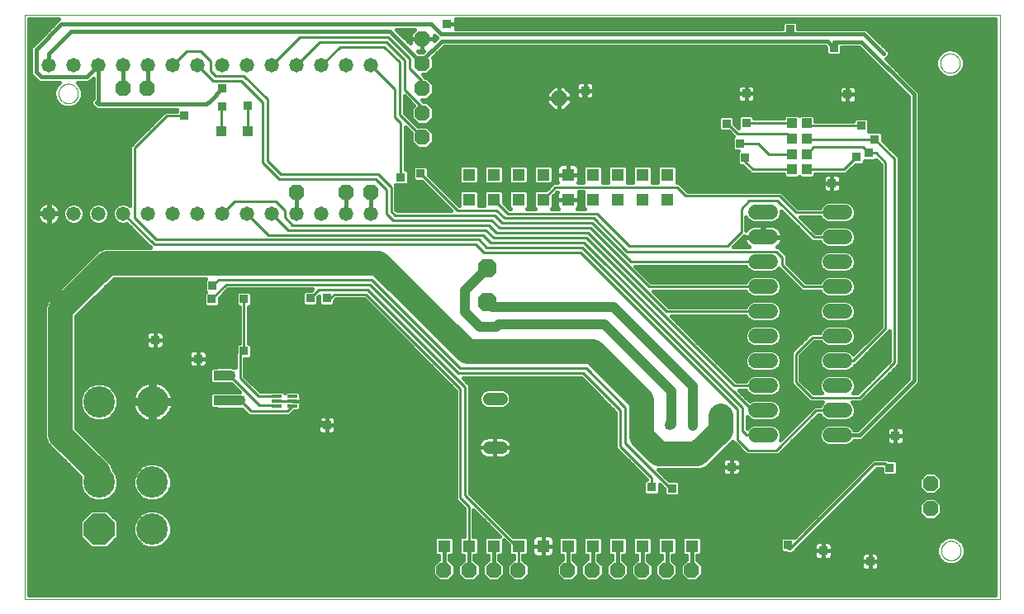
<source format=gbl>
G75*
%MOIN*%
%OFA0B0*%
%FSLAX25Y25*%
%IPPOS*%
%LPD*%
%AMOC8*
5,1,8,0,0,1.08239X$1,22.5*
%
%ADD10C,0.00000*%
%ADD11R,0.03898X0.01181*%
%ADD12C,0.05000*%
%ADD13C,0.12700*%
%ADD14OC8,0.07600*%
%ADD15R,0.05150X0.05150*%
%ADD16C,0.05937*%
%ADD17OC8,0.12700*%
%ADD18R,0.03937X0.03937*%
%ADD19OC8,0.06300*%
%ADD20C,0.05800*%
%ADD21C,0.01600*%
%ADD22R,0.03562X0.03562*%
%ADD23C,0.01000*%
%ADD24C,0.01200*%
%ADD25C,0.04000*%
%ADD26C,0.10000*%
D10*
X0031328Y0025816D02*
X0031328Y0262036D01*
X0425028Y0262036D01*
X0425028Y0025816D01*
X0031328Y0025816D01*
X0045107Y0230146D02*
X0045109Y0230271D01*
X0045115Y0230396D01*
X0045125Y0230520D01*
X0045139Y0230644D01*
X0045156Y0230768D01*
X0045178Y0230891D01*
X0045204Y0231013D01*
X0045233Y0231135D01*
X0045266Y0231255D01*
X0045304Y0231374D01*
X0045344Y0231493D01*
X0045389Y0231609D01*
X0045437Y0231724D01*
X0045489Y0231838D01*
X0045545Y0231950D01*
X0045604Y0232060D01*
X0045666Y0232168D01*
X0045732Y0232275D01*
X0045801Y0232379D01*
X0045874Y0232480D01*
X0045949Y0232580D01*
X0046028Y0232677D01*
X0046110Y0232771D01*
X0046195Y0232863D01*
X0046282Y0232952D01*
X0046373Y0233038D01*
X0046466Y0233121D01*
X0046562Y0233202D01*
X0046660Y0233279D01*
X0046760Y0233353D01*
X0046863Y0233424D01*
X0046968Y0233491D01*
X0047076Y0233556D01*
X0047185Y0233616D01*
X0047296Y0233674D01*
X0047409Y0233727D01*
X0047523Y0233777D01*
X0047639Y0233824D01*
X0047756Y0233866D01*
X0047875Y0233905D01*
X0047995Y0233941D01*
X0048116Y0233972D01*
X0048238Y0234000D01*
X0048360Y0234023D01*
X0048484Y0234043D01*
X0048608Y0234059D01*
X0048732Y0234071D01*
X0048857Y0234079D01*
X0048982Y0234083D01*
X0049106Y0234083D01*
X0049231Y0234079D01*
X0049356Y0234071D01*
X0049480Y0234059D01*
X0049604Y0234043D01*
X0049728Y0234023D01*
X0049850Y0234000D01*
X0049972Y0233972D01*
X0050093Y0233941D01*
X0050213Y0233905D01*
X0050332Y0233866D01*
X0050449Y0233824D01*
X0050565Y0233777D01*
X0050679Y0233727D01*
X0050792Y0233674D01*
X0050903Y0233616D01*
X0051013Y0233556D01*
X0051120Y0233491D01*
X0051225Y0233424D01*
X0051328Y0233353D01*
X0051428Y0233279D01*
X0051526Y0233202D01*
X0051622Y0233121D01*
X0051715Y0233038D01*
X0051806Y0232952D01*
X0051893Y0232863D01*
X0051978Y0232771D01*
X0052060Y0232677D01*
X0052139Y0232580D01*
X0052214Y0232480D01*
X0052287Y0232379D01*
X0052356Y0232275D01*
X0052422Y0232168D01*
X0052484Y0232060D01*
X0052543Y0231950D01*
X0052599Y0231838D01*
X0052651Y0231724D01*
X0052699Y0231609D01*
X0052744Y0231493D01*
X0052784Y0231374D01*
X0052822Y0231255D01*
X0052855Y0231135D01*
X0052884Y0231013D01*
X0052910Y0230891D01*
X0052932Y0230768D01*
X0052949Y0230644D01*
X0052963Y0230520D01*
X0052973Y0230396D01*
X0052979Y0230271D01*
X0052981Y0230146D01*
X0052979Y0230021D01*
X0052973Y0229896D01*
X0052963Y0229772D01*
X0052949Y0229648D01*
X0052932Y0229524D01*
X0052910Y0229401D01*
X0052884Y0229279D01*
X0052855Y0229157D01*
X0052822Y0229037D01*
X0052784Y0228918D01*
X0052744Y0228799D01*
X0052699Y0228683D01*
X0052651Y0228568D01*
X0052599Y0228454D01*
X0052543Y0228342D01*
X0052484Y0228232D01*
X0052422Y0228124D01*
X0052356Y0228017D01*
X0052287Y0227913D01*
X0052214Y0227812D01*
X0052139Y0227712D01*
X0052060Y0227615D01*
X0051978Y0227521D01*
X0051893Y0227429D01*
X0051806Y0227340D01*
X0051715Y0227254D01*
X0051622Y0227171D01*
X0051526Y0227090D01*
X0051428Y0227013D01*
X0051328Y0226939D01*
X0051225Y0226868D01*
X0051120Y0226801D01*
X0051012Y0226736D01*
X0050903Y0226676D01*
X0050792Y0226618D01*
X0050679Y0226565D01*
X0050565Y0226515D01*
X0050449Y0226468D01*
X0050332Y0226426D01*
X0050213Y0226387D01*
X0050093Y0226351D01*
X0049972Y0226320D01*
X0049850Y0226292D01*
X0049728Y0226269D01*
X0049604Y0226249D01*
X0049480Y0226233D01*
X0049356Y0226221D01*
X0049231Y0226213D01*
X0049106Y0226209D01*
X0048982Y0226209D01*
X0048857Y0226213D01*
X0048732Y0226221D01*
X0048608Y0226233D01*
X0048484Y0226249D01*
X0048360Y0226269D01*
X0048238Y0226292D01*
X0048116Y0226320D01*
X0047995Y0226351D01*
X0047875Y0226387D01*
X0047756Y0226426D01*
X0047639Y0226468D01*
X0047523Y0226515D01*
X0047409Y0226565D01*
X0047296Y0226618D01*
X0047185Y0226676D01*
X0047075Y0226736D01*
X0046968Y0226801D01*
X0046863Y0226868D01*
X0046760Y0226939D01*
X0046660Y0227013D01*
X0046562Y0227090D01*
X0046466Y0227171D01*
X0046373Y0227254D01*
X0046282Y0227340D01*
X0046195Y0227429D01*
X0046110Y0227521D01*
X0046028Y0227615D01*
X0045949Y0227712D01*
X0045874Y0227812D01*
X0045801Y0227913D01*
X0045732Y0228017D01*
X0045666Y0228124D01*
X0045604Y0228232D01*
X0045545Y0228342D01*
X0045489Y0228454D01*
X0045437Y0228568D01*
X0045389Y0228683D01*
X0045344Y0228799D01*
X0045304Y0228918D01*
X0045266Y0229037D01*
X0045233Y0229157D01*
X0045204Y0229279D01*
X0045178Y0229401D01*
X0045156Y0229524D01*
X0045139Y0229648D01*
X0045125Y0229772D01*
X0045115Y0229896D01*
X0045109Y0230021D01*
X0045107Y0230146D01*
X0401013Y0242351D02*
X0401015Y0242476D01*
X0401021Y0242601D01*
X0401031Y0242725D01*
X0401045Y0242849D01*
X0401062Y0242973D01*
X0401084Y0243096D01*
X0401110Y0243218D01*
X0401139Y0243340D01*
X0401172Y0243460D01*
X0401210Y0243579D01*
X0401250Y0243698D01*
X0401295Y0243814D01*
X0401343Y0243929D01*
X0401395Y0244043D01*
X0401451Y0244155D01*
X0401510Y0244265D01*
X0401572Y0244373D01*
X0401638Y0244480D01*
X0401707Y0244584D01*
X0401780Y0244685D01*
X0401855Y0244785D01*
X0401934Y0244882D01*
X0402016Y0244976D01*
X0402101Y0245068D01*
X0402188Y0245157D01*
X0402279Y0245243D01*
X0402372Y0245326D01*
X0402468Y0245407D01*
X0402566Y0245484D01*
X0402666Y0245558D01*
X0402769Y0245629D01*
X0402874Y0245696D01*
X0402982Y0245761D01*
X0403091Y0245821D01*
X0403202Y0245879D01*
X0403315Y0245932D01*
X0403429Y0245982D01*
X0403545Y0246029D01*
X0403662Y0246071D01*
X0403781Y0246110D01*
X0403901Y0246146D01*
X0404022Y0246177D01*
X0404144Y0246205D01*
X0404266Y0246228D01*
X0404390Y0246248D01*
X0404514Y0246264D01*
X0404638Y0246276D01*
X0404763Y0246284D01*
X0404888Y0246288D01*
X0405012Y0246288D01*
X0405137Y0246284D01*
X0405262Y0246276D01*
X0405386Y0246264D01*
X0405510Y0246248D01*
X0405634Y0246228D01*
X0405756Y0246205D01*
X0405878Y0246177D01*
X0405999Y0246146D01*
X0406119Y0246110D01*
X0406238Y0246071D01*
X0406355Y0246029D01*
X0406471Y0245982D01*
X0406585Y0245932D01*
X0406698Y0245879D01*
X0406809Y0245821D01*
X0406919Y0245761D01*
X0407026Y0245696D01*
X0407131Y0245629D01*
X0407234Y0245558D01*
X0407334Y0245484D01*
X0407432Y0245407D01*
X0407528Y0245326D01*
X0407621Y0245243D01*
X0407712Y0245157D01*
X0407799Y0245068D01*
X0407884Y0244976D01*
X0407966Y0244882D01*
X0408045Y0244785D01*
X0408120Y0244685D01*
X0408193Y0244584D01*
X0408262Y0244480D01*
X0408328Y0244373D01*
X0408390Y0244265D01*
X0408449Y0244155D01*
X0408505Y0244043D01*
X0408557Y0243929D01*
X0408605Y0243814D01*
X0408650Y0243698D01*
X0408690Y0243579D01*
X0408728Y0243460D01*
X0408761Y0243340D01*
X0408790Y0243218D01*
X0408816Y0243096D01*
X0408838Y0242973D01*
X0408855Y0242849D01*
X0408869Y0242725D01*
X0408879Y0242601D01*
X0408885Y0242476D01*
X0408887Y0242351D01*
X0408885Y0242226D01*
X0408879Y0242101D01*
X0408869Y0241977D01*
X0408855Y0241853D01*
X0408838Y0241729D01*
X0408816Y0241606D01*
X0408790Y0241484D01*
X0408761Y0241362D01*
X0408728Y0241242D01*
X0408690Y0241123D01*
X0408650Y0241004D01*
X0408605Y0240888D01*
X0408557Y0240773D01*
X0408505Y0240659D01*
X0408449Y0240547D01*
X0408390Y0240437D01*
X0408328Y0240329D01*
X0408262Y0240222D01*
X0408193Y0240118D01*
X0408120Y0240017D01*
X0408045Y0239917D01*
X0407966Y0239820D01*
X0407884Y0239726D01*
X0407799Y0239634D01*
X0407712Y0239545D01*
X0407621Y0239459D01*
X0407528Y0239376D01*
X0407432Y0239295D01*
X0407334Y0239218D01*
X0407234Y0239144D01*
X0407131Y0239073D01*
X0407026Y0239006D01*
X0406918Y0238941D01*
X0406809Y0238881D01*
X0406698Y0238823D01*
X0406585Y0238770D01*
X0406471Y0238720D01*
X0406355Y0238673D01*
X0406238Y0238631D01*
X0406119Y0238592D01*
X0405999Y0238556D01*
X0405878Y0238525D01*
X0405756Y0238497D01*
X0405634Y0238474D01*
X0405510Y0238454D01*
X0405386Y0238438D01*
X0405262Y0238426D01*
X0405137Y0238418D01*
X0405012Y0238414D01*
X0404888Y0238414D01*
X0404763Y0238418D01*
X0404638Y0238426D01*
X0404514Y0238438D01*
X0404390Y0238454D01*
X0404266Y0238474D01*
X0404144Y0238497D01*
X0404022Y0238525D01*
X0403901Y0238556D01*
X0403781Y0238592D01*
X0403662Y0238631D01*
X0403545Y0238673D01*
X0403429Y0238720D01*
X0403315Y0238770D01*
X0403202Y0238823D01*
X0403091Y0238881D01*
X0402981Y0238941D01*
X0402874Y0239006D01*
X0402769Y0239073D01*
X0402666Y0239144D01*
X0402566Y0239218D01*
X0402468Y0239295D01*
X0402372Y0239376D01*
X0402279Y0239459D01*
X0402188Y0239545D01*
X0402101Y0239634D01*
X0402016Y0239726D01*
X0401934Y0239820D01*
X0401855Y0239917D01*
X0401780Y0240017D01*
X0401707Y0240118D01*
X0401638Y0240222D01*
X0401572Y0240329D01*
X0401510Y0240437D01*
X0401451Y0240547D01*
X0401395Y0240659D01*
X0401343Y0240773D01*
X0401295Y0240888D01*
X0401250Y0241004D01*
X0401210Y0241123D01*
X0401172Y0241242D01*
X0401139Y0241362D01*
X0401110Y0241484D01*
X0401084Y0241606D01*
X0401062Y0241729D01*
X0401045Y0241853D01*
X0401031Y0241977D01*
X0401021Y0242101D01*
X0401015Y0242226D01*
X0401013Y0242351D01*
X0401406Y0045501D02*
X0401408Y0045626D01*
X0401414Y0045751D01*
X0401424Y0045875D01*
X0401438Y0045999D01*
X0401455Y0046123D01*
X0401477Y0046246D01*
X0401503Y0046368D01*
X0401532Y0046490D01*
X0401565Y0046610D01*
X0401603Y0046729D01*
X0401643Y0046848D01*
X0401688Y0046964D01*
X0401736Y0047079D01*
X0401788Y0047193D01*
X0401844Y0047305D01*
X0401903Y0047415D01*
X0401965Y0047523D01*
X0402031Y0047630D01*
X0402100Y0047734D01*
X0402173Y0047835D01*
X0402248Y0047935D01*
X0402327Y0048032D01*
X0402409Y0048126D01*
X0402494Y0048218D01*
X0402581Y0048307D01*
X0402672Y0048393D01*
X0402765Y0048476D01*
X0402861Y0048557D01*
X0402959Y0048634D01*
X0403059Y0048708D01*
X0403162Y0048779D01*
X0403267Y0048846D01*
X0403375Y0048911D01*
X0403484Y0048971D01*
X0403595Y0049029D01*
X0403708Y0049082D01*
X0403822Y0049132D01*
X0403938Y0049179D01*
X0404055Y0049221D01*
X0404174Y0049260D01*
X0404294Y0049296D01*
X0404415Y0049327D01*
X0404537Y0049355D01*
X0404659Y0049378D01*
X0404783Y0049398D01*
X0404907Y0049414D01*
X0405031Y0049426D01*
X0405156Y0049434D01*
X0405281Y0049438D01*
X0405405Y0049438D01*
X0405530Y0049434D01*
X0405655Y0049426D01*
X0405779Y0049414D01*
X0405903Y0049398D01*
X0406027Y0049378D01*
X0406149Y0049355D01*
X0406271Y0049327D01*
X0406392Y0049296D01*
X0406512Y0049260D01*
X0406631Y0049221D01*
X0406748Y0049179D01*
X0406864Y0049132D01*
X0406978Y0049082D01*
X0407091Y0049029D01*
X0407202Y0048971D01*
X0407312Y0048911D01*
X0407419Y0048846D01*
X0407524Y0048779D01*
X0407627Y0048708D01*
X0407727Y0048634D01*
X0407825Y0048557D01*
X0407921Y0048476D01*
X0408014Y0048393D01*
X0408105Y0048307D01*
X0408192Y0048218D01*
X0408277Y0048126D01*
X0408359Y0048032D01*
X0408438Y0047935D01*
X0408513Y0047835D01*
X0408586Y0047734D01*
X0408655Y0047630D01*
X0408721Y0047523D01*
X0408783Y0047415D01*
X0408842Y0047305D01*
X0408898Y0047193D01*
X0408950Y0047079D01*
X0408998Y0046964D01*
X0409043Y0046848D01*
X0409083Y0046729D01*
X0409121Y0046610D01*
X0409154Y0046490D01*
X0409183Y0046368D01*
X0409209Y0046246D01*
X0409231Y0046123D01*
X0409248Y0045999D01*
X0409262Y0045875D01*
X0409272Y0045751D01*
X0409278Y0045626D01*
X0409280Y0045501D01*
X0409278Y0045376D01*
X0409272Y0045251D01*
X0409262Y0045127D01*
X0409248Y0045003D01*
X0409231Y0044879D01*
X0409209Y0044756D01*
X0409183Y0044634D01*
X0409154Y0044512D01*
X0409121Y0044392D01*
X0409083Y0044273D01*
X0409043Y0044154D01*
X0408998Y0044038D01*
X0408950Y0043923D01*
X0408898Y0043809D01*
X0408842Y0043697D01*
X0408783Y0043587D01*
X0408721Y0043479D01*
X0408655Y0043372D01*
X0408586Y0043268D01*
X0408513Y0043167D01*
X0408438Y0043067D01*
X0408359Y0042970D01*
X0408277Y0042876D01*
X0408192Y0042784D01*
X0408105Y0042695D01*
X0408014Y0042609D01*
X0407921Y0042526D01*
X0407825Y0042445D01*
X0407727Y0042368D01*
X0407627Y0042294D01*
X0407524Y0042223D01*
X0407419Y0042156D01*
X0407311Y0042091D01*
X0407202Y0042031D01*
X0407091Y0041973D01*
X0406978Y0041920D01*
X0406864Y0041870D01*
X0406748Y0041823D01*
X0406631Y0041781D01*
X0406512Y0041742D01*
X0406392Y0041706D01*
X0406271Y0041675D01*
X0406149Y0041647D01*
X0406027Y0041624D01*
X0405903Y0041604D01*
X0405779Y0041588D01*
X0405655Y0041576D01*
X0405530Y0041568D01*
X0405405Y0041564D01*
X0405281Y0041564D01*
X0405156Y0041568D01*
X0405031Y0041576D01*
X0404907Y0041588D01*
X0404783Y0041604D01*
X0404659Y0041624D01*
X0404537Y0041647D01*
X0404415Y0041675D01*
X0404294Y0041706D01*
X0404174Y0041742D01*
X0404055Y0041781D01*
X0403938Y0041823D01*
X0403822Y0041870D01*
X0403708Y0041920D01*
X0403595Y0041973D01*
X0403484Y0042031D01*
X0403374Y0042091D01*
X0403267Y0042156D01*
X0403162Y0042223D01*
X0403059Y0042294D01*
X0402959Y0042368D01*
X0402861Y0042445D01*
X0402765Y0042526D01*
X0402672Y0042609D01*
X0402581Y0042695D01*
X0402494Y0042784D01*
X0402409Y0042876D01*
X0402327Y0042970D01*
X0402248Y0043067D01*
X0402173Y0043167D01*
X0402100Y0043268D01*
X0402031Y0043372D01*
X0401965Y0043479D01*
X0401903Y0043587D01*
X0401844Y0043697D01*
X0401788Y0043809D01*
X0401736Y0043923D01*
X0401688Y0044038D01*
X0401643Y0044154D01*
X0401603Y0044273D01*
X0401565Y0044392D01*
X0401532Y0044512D01*
X0401503Y0044634D01*
X0401477Y0044756D01*
X0401455Y0044879D01*
X0401438Y0045003D01*
X0401424Y0045127D01*
X0401414Y0045251D01*
X0401408Y0045376D01*
X0401406Y0045501D01*
D11*
X0139556Y0103926D03*
X0139556Y0105894D03*
X0139556Y0107863D03*
X0133217Y0107863D03*
X0133217Y0105894D03*
X0133217Y0103926D03*
D12*
X0218709Y0106879D02*
X0223709Y0106879D01*
X0223709Y0087194D02*
X0218709Y0087194D01*
D13*
X0082902Y0073178D03*
X0061446Y0073178D03*
X0082902Y0054280D03*
X0083060Y0105619D03*
X0061406Y0105619D03*
D14*
X0218099Y0146013D03*
X0218099Y0159438D03*
D15*
X0220678Y0187391D03*
X0230678Y0187391D03*
X0230678Y0197391D03*
X0220678Y0197391D03*
X0210678Y0197391D03*
X0210678Y0187391D03*
X0240678Y0187391D03*
X0250678Y0187391D03*
X0260678Y0187391D03*
X0270678Y0187391D03*
X0280678Y0187391D03*
X0290678Y0187391D03*
X0290678Y0197391D03*
X0280678Y0197391D03*
X0270678Y0197391D03*
X0260678Y0197391D03*
X0250678Y0197391D03*
X0240678Y0197391D03*
X0240678Y0047391D03*
X0250678Y0047391D03*
X0260678Y0047391D03*
X0270678Y0047391D03*
X0280678Y0047391D03*
X0290678Y0047391D03*
X0300678Y0047391D03*
X0230678Y0047391D03*
X0220678Y0047391D03*
X0210678Y0047391D03*
X0200678Y0047391D03*
D16*
X0326509Y0092115D02*
X0332446Y0092115D01*
X0332446Y0102115D02*
X0326509Y0102115D01*
X0326509Y0112115D02*
X0332446Y0112115D01*
X0332446Y0122115D02*
X0326509Y0122115D01*
X0326509Y0132115D02*
X0332446Y0132115D01*
X0332446Y0142115D02*
X0326509Y0142115D01*
X0326509Y0152115D02*
X0332446Y0152115D01*
X0332446Y0162115D02*
X0326509Y0162115D01*
X0326509Y0172115D02*
X0332446Y0172115D01*
X0332446Y0182115D02*
X0326509Y0182115D01*
X0356509Y0182115D02*
X0362446Y0182115D01*
X0362446Y0172115D02*
X0356509Y0172115D01*
X0356509Y0162115D02*
X0362446Y0162115D01*
X0362446Y0152115D02*
X0356509Y0152115D01*
X0356509Y0142115D02*
X0362446Y0142115D01*
X0362446Y0132115D02*
X0356509Y0132115D01*
X0356509Y0122115D02*
X0362446Y0122115D01*
X0362446Y0112115D02*
X0356509Y0112115D01*
X0356509Y0102115D02*
X0362446Y0102115D01*
X0362446Y0092115D02*
X0356509Y0092115D01*
D17*
X0061446Y0054280D03*
D18*
X0109674Y0106131D03*
X0109674Y0116367D03*
X0110855Y0214792D03*
X0121485Y0214792D03*
X0341170Y0212036D03*
X0347076Y0212036D03*
X0347076Y0205737D03*
X0341170Y0205737D03*
X0341170Y0199438D03*
X0347076Y0199438D03*
X0347076Y0218335D03*
X0341170Y0218335D03*
D19*
X0247076Y0228178D03*
X0191957Y0232115D03*
X0191957Y0222272D03*
X0191957Y0212430D03*
X0171091Y0190383D03*
X0161249Y0190383D03*
X0141170Y0190383D03*
X0080934Y0232115D03*
X0071091Y0232115D03*
X0191957Y0242351D03*
X0191957Y0252194D03*
X0397076Y0072666D03*
X0397076Y0062430D03*
X0300619Y0037627D03*
X0290383Y0037627D03*
X0280540Y0037627D03*
X0270698Y0037627D03*
X0260461Y0037627D03*
X0250619Y0037627D03*
X0230540Y0037627D03*
X0220698Y0037627D03*
X0210855Y0037627D03*
X0200619Y0037627D03*
D20*
X0171209Y0181603D03*
X0161209Y0181603D03*
X0151209Y0181603D03*
X0141209Y0181603D03*
X0131209Y0181603D03*
X0121209Y0181603D03*
X0111209Y0181603D03*
X0101209Y0181603D03*
X0091209Y0181603D03*
X0081209Y0181603D03*
X0071209Y0181603D03*
X0061209Y0181603D03*
X0051209Y0181603D03*
X0041209Y0181603D03*
X0041209Y0241603D03*
X0051209Y0241603D03*
X0061209Y0241603D03*
X0071209Y0241603D03*
X0081209Y0241603D03*
X0091209Y0241603D03*
X0101209Y0241603D03*
X0111209Y0241603D03*
X0121209Y0241603D03*
X0131209Y0241603D03*
X0141209Y0241603D03*
X0151209Y0241603D03*
X0161209Y0241603D03*
X0171209Y0241603D03*
D21*
X0181521Y0255899D02*
X0187007Y0250412D01*
X0187007Y0252194D01*
X0191957Y0252194D01*
X0191957Y0252194D01*
X0187007Y0252194D01*
X0187007Y0254244D01*
X0188663Y0255899D01*
X0181521Y0255899D01*
X0183017Y0254403D02*
X0187166Y0254403D01*
X0187007Y0252804D02*
X0184616Y0252804D01*
X0186214Y0251206D02*
X0187007Y0251206D01*
X0191957Y0251206D02*
X0191958Y0251206D01*
X0191958Y0252194D02*
X0191958Y0247244D01*
X0192558Y0247244D01*
X0192215Y0246901D01*
X0190519Y0246901D01*
X0190176Y0247244D01*
X0191957Y0247244D01*
X0191957Y0252194D01*
X0191958Y0252194D01*
X0196907Y0252194D01*
X0196907Y0253581D01*
X0197901Y0252587D01*
X0197631Y0252318D01*
X0196907Y0251594D01*
X0196907Y0252194D01*
X0191958Y0252194D01*
X0191958Y0252194D01*
X0191957Y0249607D02*
X0191958Y0249607D01*
X0191957Y0248009D02*
X0191958Y0248009D01*
X0191957Y0243532D02*
X0199831Y0251406D01*
X0355343Y0251406D01*
X0358099Y0248650D01*
X0358099Y0251013D01*
X0369123Y0251013D01*
X0390383Y0229753D01*
X0390383Y0114162D01*
X0368335Y0092115D01*
X0359477Y0092115D01*
X0355640Y0096483D02*
X0354034Y0095818D01*
X0352805Y0094590D01*
X0352140Y0092984D01*
X0352140Y0091246D01*
X0352805Y0089640D01*
X0354034Y0088412D01*
X0355640Y0087746D01*
X0363315Y0087746D01*
X0364920Y0088412D01*
X0366149Y0089640D01*
X0366263Y0089915D01*
X0369247Y0089915D01*
X0370535Y0091204D01*
X0392583Y0113251D01*
X0392583Y0230664D01*
X0391294Y0231953D01*
X0379124Y0244123D01*
X0380378Y0245377D01*
X0380378Y0247199D01*
X0372504Y0255073D01*
X0371215Y0256362D01*
X0343564Y0256362D01*
X0343564Y0258492D01*
X0342744Y0259312D01*
X0338022Y0259312D01*
X0337202Y0258492D01*
X0337202Y0256362D01*
X0205381Y0256362D01*
X0205381Y0258099D01*
X0201800Y0258099D01*
X0201800Y0258099D01*
X0202194Y0257706D01*
X0201800Y0258099D02*
X0205381Y0258099D01*
X0205381Y0260117D01*
X0205349Y0260236D01*
X0423228Y0260236D01*
X0423228Y0027616D01*
X0033128Y0027616D01*
X0033128Y0260236D01*
X0045314Y0260236D01*
X0035141Y0250063D01*
X0035141Y0250063D01*
X0033852Y0248774D01*
X0033852Y0237897D01*
X0035820Y0235928D01*
X0037109Y0234639D01*
X0045424Y0234639D01*
X0044180Y0233396D01*
X0043307Y0231288D01*
X0043307Y0229005D01*
X0044180Y0226897D01*
X0045794Y0225283D01*
X0047903Y0224409D01*
X0050185Y0224409D01*
X0052294Y0225283D01*
X0053908Y0226897D01*
X0054781Y0229005D01*
X0054781Y0231288D01*
X0053908Y0233396D01*
X0052665Y0234639D01*
X0057357Y0234639D01*
X0059009Y0236292D01*
X0059009Y0228262D01*
X0058261Y0227514D01*
X0058261Y0225692D01*
X0060338Y0223616D01*
X0092877Y0223616D01*
X0092713Y0223452D01*
X0092713Y0222991D01*
X0088021Y0222991D01*
X0086908Y0221878D01*
X0073916Y0208886D01*
X0073916Y0184978D01*
X0073645Y0185248D01*
X0072065Y0185903D01*
X0070354Y0185903D01*
X0068774Y0185248D01*
X0067564Y0184039D01*
X0066909Y0182458D01*
X0066909Y0180748D01*
X0067564Y0179167D01*
X0068774Y0177958D01*
X0070354Y0177303D01*
X0072065Y0177303D01*
X0072601Y0177525D01*
X0082083Y0168043D01*
X0063519Y0168043D01*
X0061167Y0167068D01*
X0059366Y0165268D01*
X0040469Y0146370D01*
X0039494Y0144018D01*
X0039494Y0091078D01*
X0040469Y0088726D01*
X0042269Y0086926D01*
X0053924Y0075271D01*
X0053696Y0074720D01*
X0053696Y0071636D01*
X0054876Y0068788D01*
X0057056Y0066608D01*
X0059904Y0065428D01*
X0062987Y0065428D01*
X0065836Y0066608D01*
X0068016Y0068788D01*
X0069196Y0071636D01*
X0069196Y0074720D01*
X0068016Y0077568D01*
X0067570Y0078014D01*
X0067570Y0078349D01*
X0066596Y0080701D01*
X0052294Y0095002D01*
X0052294Y0140094D01*
X0067443Y0155243D01*
X0104425Y0155243D01*
X0104131Y0154948D01*
X0104131Y0150226D01*
X0104329Y0150028D01*
X0103737Y0149437D01*
X0103737Y0144715D01*
X0104557Y0143894D01*
X0109279Y0143894D01*
X0110099Y0144715D01*
X0110099Y0147570D01*
X0113611Y0151081D01*
X0147607Y0151081D01*
X0147176Y0150650D01*
X0144321Y0150650D01*
X0143501Y0149830D01*
X0143501Y0145108D01*
X0144321Y0144288D01*
X0149043Y0144288D01*
X0149863Y0145108D01*
X0149863Y0147963D01*
X0150194Y0148294D01*
X0150194Y0145108D01*
X0151014Y0144288D01*
X0155736Y0144288D01*
X0156556Y0145108D01*
X0156556Y0146389D01*
X0157311Y0147144D01*
X0168336Y0147144D01*
X0205412Y0110068D01*
X0205412Y0065974D01*
X0206525Y0064861D01*
X0208778Y0062607D01*
X0208778Y0051365D01*
X0207523Y0051365D01*
X0206703Y0050545D01*
X0206703Y0044236D01*
X0207523Y0043416D01*
X0208478Y0043416D01*
X0208478Y0041684D01*
X0206305Y0039511D01*
X0206305Y0035742D01*
X0208970Y0033077D01*
X0212740Y0033077D01*
X0215405Y0035742D01*
X0215405Y0039511D01*
X0212878Y0042039D01*
X0212878Y0043416D01*
X0213833Y0043416D01*
X0214653Y0044236D01*
X0214653Y0050545D01*
X0213833Y0051365D01*
X0212578Y0051365D01*
X0212578Y0061957D01*
X0223170Y0051365D01*
X0217523Y0051365D01*
X0216703Y0050545D01*
X0216703Y0044236D01*
X0217523Y0043416D01*
X0218478Y0043416D01*
X0218478Y0041842D01*
X0216148Y0039511D01*
X0216148Y0035742D01*
X0218813Y0033077D01*
X0222582Y0033077D01*
X0225248Y0035742D01*
X0225248Y0039511D01*
X0222878Y0041881D01*
X0222878Y0043416D01*
X0223833Y0043416D01*
X0224653Y0044236D01*
X0224653Y0049882D01*
X0226703Y0047832D01*
X0226703Y0044236D01*
X0227523Y0043416D01*
X0228778Y0043416D01*
X0228778Y0042177D01*
X0228655Y0042177D01*
X0225990Y0039511D01*
X0225990Y0035742D01*
X0228655Y0033077D01*
X0232425Y0033077D01*
X0235090Y0035742D01*
X0235090Y0039511D01*
X0232578Y0042024D01*
X0232578Y0043416D01*
X0233833Y0043416D01*
X0234653Y0044236D01*
X0234653Y0050545D01*
X0233833Y0051365D01*
X0228544Y0051365D01*
X0211180Y0068729D01*
X0211180Y0112430D01*
X0208355Y0115254D01*
X0256131Y0115254D01*
X0269979Y0101407D01*
X0269979Y0086840D01*
X0271092Y0085727D01*
X0282546Y0074272D01*
X0282116Y0074272D01*
X0281296Y0073452D01*
X0281296Y0068730D01*
X0282116Y0067910D01*
X0286838Y0067910D01*
X0287658Y0068730D01*
X0287658Y0072310D01*
X0289564Y0070404D01*
X0289564Y0068337D01*
X0290384Y0067517D01*
X0295106Y0067517D01*
X0295926Y0068337D01*
X0295926Y0073059D01*
X0295106Y0073879D01*
X0291463Y0073879D01*
X0287265Y0078077D01*
X0304254Y0078077D01*
X0306606Y0079052D01*
X0316055Y0088500D01*
X0317223Y0089668D01*
X0317223Y0089596D01*
X0318336Y0088483D01*
X0321554Y0085265D01*
X0322667Y0084152D01*
X0335658Y0084152D01*
X0336771Y0085265D01*
X0351721Y0100215D01*
X0352567Y0100215D01*
X0352805Y0099640D01*
X0354034Y0098412D01*
X0355640Y0097746D01*
X0363315Y0097746D01*
X0364920Y0098412D01*
X0366149Y0099640D01*
X0366814Y0101246D01*
X0366814Y0102984D01*
X0366149Y0104590D01*
X0365327Y0105412D01*
X0369122Y0105412D01*
X0370235Y0106525D01*
X0384409Y0120698D01*
X0384409Y0204555D01*
X0377816Y0211148D01*
X0377816Y0214004D01*
X0376996Y0214824D01*
X0372304Y0214824D01*
X0372304Y0219515D01*
X0371484Y0220335D01*
X0366762Y0220335D01*
X0365942Y0219515D01*
X0365942Y0219054D01*
X0350444Y0219054D01*
X0350444Y0220884D01*
X0349624Y0221704D01*
X0344527Y0221704D01*
X0344123Y0221300D01*
X0343718Y0221704D01*
X0338622Y0221704D01*
X0337802Y0220884D01*
X0337802Y0220235D01*
X0325847Y0220235D01*
X0325847Y0220696D01*
X0325027Y0221517D01*
X0320305Y0221517D01*
X0319485Y0220696D01*
X0319485Y0216329D01*
X0317973Y0217841D01*
X0317973Y0220303D01*
X0317153Y0221123D01*
X0312431Y0221123D01*
X0311611Y0220303D01*
X0311611Y0215581D01*
X0312431Y0214761D01*
X0315680Y0214761D01*
X0317223Y0213218D01*
X0317567Y0212873D01*
X0317123Y0212429D01*
X0317123Y0207707D01*
X0317943Y0206887D01*
X0319455Y0206887D01*
X0319091Y0206523D01*
X0319091Y0201801D01*
X0319911Y0200981D01*
X0321192Y0200981D01*
X0323522Y0198651D01*
X0324635Y0197538D01*
X0337802Y0197538D01*
X0337802Y0196889D01*
X0338622Y0196069D01*
X0343718Y0196069D01*
X0344123Y0196474D01*
X0344527Y0196069D01*
X0349624Y0196069D01*
X0350444Y0196889D01*
X0350444Y0197538D01*
X0362823Y0197538D01*
X0363936Y0198651D01*
X0366660Y0201375D01*
X0369515Y0201375D01*
X0370335Y0202195D01*
X0370335Y0202950D01*
X0374633Y0202950D01*
X0375078Y0203394D01*
X0377065Y0201407D01*
X0377065Y0136052D01*
X0365876Y0124862D01*
X0364920Y0125818D01*
X0363315Y0126483D01*
X0355640Y0126483D01*
X0354034Y0125818D01*
X0352805Y0124590D01*
X0352140Y0122984D01*
X0352140Y0121246D01*
X0352805Y0119640D01*
X0354034Y0118412D01*
X0355640Y0117746D01*
X0363315Y0117746D01*
X0364920Y0118412D01*
X0366149Y0119640D01*
X0366452Y0120372D01*
X0366760Y0120372D01*
X0380609Y0134221D01*
X0380609Y0122272D01*
X0367548Y0109212D01*
X0365720Y0109212D01*
X0366149Y0109640D01*
X0366814Y0111246D01*
X0366814Y0112984D01*
X0366149Y0114590D01*
X0364920Y0115818D01*
X0363315Y0116483D01*
X0355640Y0116483D01*
X0354034Y0115818D01*
X0352805Y0114590D01*
X0352140Y0112984D01*
X0352140Y0111246D01*
X0352805Y0109640D01*
X0353234Y0109212D01*
X0349831Y0109212D01*
X0344645Y0114398D01*
X0344645Y0124241D01*
X0350225Y0129821D01*
X0352730Y0129821D01*
X0352805Y0129640D01*
X0354034Y0128412D01*
X0355640Y0127746D01*
X0363315Y0127746D01*
X0364920Y0128412D01*
X0366149Y0129640D01*
X0366814Y0131246D01*
X0366814Y0132984D01*
X0366149Y0134590D01*
X0364920Y0135818D01*
X0363315Y0136483D01*
X0355640Y0136483D01*
X0354034Y0135818D01*
X0352805Y0134590D01*
X0352404Y0133621D01*
X0348651Y0133621D01*
X0347538Y0132508D01*
X0340845Y0125815D01*
X0340845Y0112824D01*
X0348257Y0105412D01*
X0353628Y0105412D01*
X0352805Y0104590D01*
X0352567Y0104015D01*
X0350147Y0104015D01*
X0336416Y0090284D01*
X0336814Y0091246D01*
X0336814Y0092984D01*
X0336149Y0094590D01*
X0334920Y0095818D01*
X0333315Y0096483D01*
X0325640Y0096483D01*
X0324034Y0095818D01*
X0322991Y0094776D01*
X0322991Y0099454D01*
X0324034Y0098412D01*
X0325640Y0097746D01*
X0333315Y0097746D01*
X0334920Y0098412D01*
X0336149Y0099640D01*
X0336814Y0101246D01*
X0336814Y0102984D01*
X0336149Y0104590D01*
X0334920Y0105818D01*
X0333315Y0106483D01*
X0325640Y0106483D01*
X0324074Y0105835D01*
X0319694Y0110215D01*
X0322567Y0110215D01*
X0322805Y0109640D01*
X0324034Y0108412D01*
X0325640Y0107746D01*
X0333315Y0107746D01*
X0334920Y0108412D01*
X0336149Y0109640D01*
X0336814Y0111246D01*
X0336814Y0112984D01*
X0336149Y0114590D01*
X0334920Y0115818D01*
X0333315Y0116483D01*
X0325640Y0116483D01*
X0324034Y0115818D01*
X0322805Y0114590D01*
X0322567Y0114015D01*
X0318650Y0114015D01*
X0292450Y0140215D01*
X0322567Y0140215D01*
X0322805Y0139640D01*
X0324034Y0138412D01*
X0325640Y0137746D01*
X0333315Y0137746D01*
X0334920Y0138412D01*
X0336149Y0139640D01*
X0336814Y0141246D01*
X0336814Y0142984D01*
X0336149Y0144590D01*
X0334920Y0145818D01*
X0333315Y0146483D01*
X0325640Y0146483D01*
X0324034Y0145818D01*
X0322805Y0144590D01*
X0322567Y0144015D01*
X0291406Y0144015D01*
X0285206Y0150215D01*
X0322567Y0150215D01*
X0322805Y0149640D01*
X0324034Y0148412D01*
X0325640Y0147746D01*
X0333315Y0147746D01*
X0334920Y0148412D01*
X0336149Y0149640D01*
X0336814Y0151246D01*
X0336814Y0152984D01*
X0336149Y0154590D01*
X0334920Y0155818D01*
X0333315Y0156483D01*
X0325640Y0156483D01*
X0324034Y0155818D01*
X0322805Y0154590D01*
X0322567Y0154015D01*
X0284162Y0154015D01*
X0277962Y0160215D01*
X0322567Y0160215D01*
X0322805Y0159640D01*
X0324034Y0158412D01*
X0325640Y0157746D01*
X0333315Y0157746D01*
X0334920Y0158412D01*
X0335955Y0159446D01*
X0336446Y0158955D01*
X0345186Y0150215D01*
X0352567Y0150215D01*
X0352805Y0149640D01*
X0354034Y0148412D01*
X0355640Y0147746D01*
X0363315Y0147746D01*
X0364920Y0148412D01*
X0366149Y0149640D01*
X0366814Y0151246D01*
X0366814Y0152984D01*
X0366149Y0154590D01*
X0364920Y0155818D01*
X0363315Y0156483D01*
X0355640Y0156483D01*
X0354034Y0155818D01*
X0352805Y0154590D01*
X0352567Y0154015D01*
X0346760Y0154015D01*
X0339133Y0161642D01*
X0339133Y0164792D01*
X0336771Y0167154D01*
X0335658Y0168267D01*
X0335262Y0168267D01*
X0335552Y0168478D01*
X0336083Y0169008D01*
X0336524Y0169616D01*
X0336865Y0170284D01*
X0337097Y0170998D01*
X0337214Y0171740D01*
X0337214Y0171931D01*
X0329661Y0171931D01*
X0329661Y0172299D01*
X0329293Y0172299D01*
X0329293Y0171931D01*
X0321740Y0171931D01*
X0321740Y0171740D01*
X0321858Y0170998D01*
X0322090Y0170284D01*
X0322430Y0169616D01*
X0322871Y0169008D01*
X0323402Y0168478D01*
X0323692Y0168267D01*
X0317411Y0168267D01*
X0321760Y0172616D01*
X0321740Y0172490D01*
X0321740Y0172299D01*
X0329293Y0172299D01*
X0329293Y0176883D01*
X0326133Y0176883D01*
X0325392Y0176766D01*
X0324678Y0176534D01*
X0324009Y0176193D01*
X0323402Y0175752D01*
X0322871Y0175221D01*
X0322598Y0174845D01*
X0322598Y0180142D01*
X0322805Y0179640D01*
X0324034Y0178412D01*
X0325640Y0177746D01*
X0333315Y0177746D01*
X0334920Y0178412D01*
X0336149Y0179640D01*
X0336814Y0181246D01*
X0336814Y0182603D01*
X0349202Y0170215D01*
X0352567Y0170215D01*
X0352805Y0169640D01*
X0354034Y0168412D01*
X0355640Y0167746D01*
X0363315Y0167746D01*
X0364920Y0168412D01*
X0366149Y0169640D01*
X0366814Y0171246D01*
X0366814Y0172984D01*
X0366149Y0174590D01*
X0364920Y0175818D01*
X0363315Y0176483D01*
X0355640Y0176483D01*
X0354034Y0175818D01*
X0352805Y0174590D01*
X0352567Y0174015D01*
X0350776Y0174015D01*
X0344576Y0180215D01*
X0352567Y0180215D01*
X0352805Y0179640D01*
X0354034Y0178412D01*
X0355640Y0177746D01*
X0363315Y0177746D01*
X0364920Y0178412D01*
X0366149Y0179640D01*
X0366814Y0181246D01*
X0366814Y0182984D01*
X0366149Y0184590D01*
X0364920Y0185818D01*
X0363315Y0186483D01*
X0355640Y0186483D01*
X0354034Y0185818D01*
X0352805Y0184590D01*
X0352567Y0184015D01*
X0343532Y0184015D01*
X0337952Y0189595D01*
X0336839Y0190708D01*
X0299044Y0190708D01*
X0296613Y0193138D01*
X0295500Y0194251D01*
X0294653Y0194251D01*
X0294653Y0200545D01*
X0293833Y0201365D01*
X0287523Y0201365D01*
X0286703Y0200545D01*
X0286703Y0194251D01*
X0284653Y0194251D01*
X0284653Y0200545D01*
X0283833Y0201365D01*
X0277523Y0201365D01*
X0276703Y0200545D01*
X0276703Y0194251D01*
X0274653Y0194251D01*
X0274653Y0200545D01*
X0273833Y0201365D01*
X0267523Y0201365D01*
X0266703Y0200545D01*
X0266703Y0194251D01*
X0264653Y0194251D01*
X0264653Y0200545D01*
X0263833Y0201365D01*
X0257523Y0201365D01*
X0256703Y0200545D01*
X0256703Y0194251D01*
X0254965Y0194251D01*
X0255053Y0194579D01*
X0255053Y0197390D01*
X0250678Y0197390D01*
X0250678Y0197391D01*
X0250678Y0197391D01*
X0250678Y0201765D01*
X0253490Y0201765D01*
X0253948Y0201643D01*
X0254358Y0201406D01*
X0254693Y0201071D01*
X0254930Y0200660D01*
X0255053Y0200202D01*
X0255053Y0197391D01*
X0250678Y0197391D01*
X0250678Y0201765D01*
X0247866Y0201765D01*
X0247408Y0201643D01*
X0246998Y0201406D01*
X0246663Y0201071D01*
X0246426Y0200660D01*
X0246303Y0200202D01*
X0246303Y0197391D01*
X0250678Y0197391D01*
X0250678Y0197390D01*
X0246303Y0197390D01*
X0246303Y0194579D01*
X0246391Y0194251D01*
X0244852Y0194251D01*
X0241966Y0191365D01*
X0237523Y0191365D01*
X0236703Y0190545D01*
X0236703Y0184236D01*
X0237318Y0183621D01*
X0234038Y0183621D01*
X0234653Y0184236D01*
X0234653Y0190545D01*
X0233833Y0191365D01*
X0227523Y0191365D01*
X0226703Y0190545D01*
X0226703Y0184236D01*
X0227318Y0183621D01*
X0227134Y0183621D01*
X0224653Y0186103D01*
X0224653Y0190545D01*
X0223833Y0191365D01*
X0217523Y0191365D01*
X0216703Y0190545D01*
X0216703Y0184802D01*
X0214653Y0184802D01*
X0214653Y0190545D01*
X0213833Y0191365D01*
X0207523Y0191365D01*
X0206703Y0190545D01*
X0206703Y0185017D01*
X0194351Y0197369D01*
X0194351Y0200224D01*
X0193531Y0201044D01*
X0188809Y0201044D01*
X0187989Y0200224D01*
X0187989Y0195502D01*
X0188809Y0194682D01*
X0191664Y0194682D01*
X0203512Y0182834D01*
X0181721Y0182834D01*
X0181259Y0183296D01*
X0181259Y0193107D01*
X0185657Y0193107D01*
X0186477Y0193927D01*
X0186477Y0198649D01*
X0185657Y0199469D01*
X0185196Y0199469D01*
X0185196Y0216504D01*
X0187407Y0214293D01*
X0187407Y0210545D01*
X0190073Y0207880D01*
X0193842Y0207880D01*
X0196507Y0210545D01*
X0196507Y0214315D01*
X0193842Y0216980D01*
X0190094Y0216980D01*
X0184802Y0222272D01*
X0184802Y0229103D01*
X0188578Y0225327D01*
X0187407Y0224157D01*
X0187407Y0220388D01*
X0190073Y0217722D01*
X0193842Y0217722D01*
X0196507Y0220388D01*
X0196507Y0224157D01*
X0193842Y0226822D01*
X0192457Y0226822D01*
X0191714Y0227565D01*
X0193842Y0227565D01*
X0196507Y0230230D01*
X0196507Y0234000D01*
X0193842Y0236665D01*
X0193244Y0236665D01*
X0192108Y0237801D01*
X0193842Y0237801D01*
X0196507Y0240467D01*
X0196507Y0244236D01*
X0196140Y0244603D01*
X0200743Y0249206D01*
X0354432Y0249206D01*
X0354918Y0248720D01*
X0354918Y0246289D01*
X0355738Y0245469D01*
X0360460Y0245469D01*
X0361280Y0246289D01*
X0361280Y0248813D01*
X0368212Y0248813D01*
X0388183Y0228841D01*
X0388183Y0115073D01*
X0367424Y0094315D01*
X0366263Y0094315D01*
X0366149Y0094590D01*
X0364920Y0095818D01*
X0363315Y0096483D01*
X0355640Y0096483D01*
X0354835Y0096150D02*
X0347656Y0096150D01*
X0346058Y0094552D02*
X0352790Y0094552D01*
X0352140Y0092953D02*
X0344459Y0092953D01*
X0342861Y0091355D02*
X0352140Y0091355D01*
X0352757Y0089756D02*
X0341262Y0089756D01*
X0339664Y0088158D02*
X0354647Y0088158D01*
X0364307Y0088158D02*
X0423228Y0088158D01*
X0423228Y0089756D02*
X0386434Y0089756D01*
X0386483Y0089939D02*
X0386361Y0089482D01*
X0386124Y0089071D01*
X0385789Y0088736D01*
X0385378Y0088499D01*
X0384920Y0088376D01*
X0382902Y0088376D01*
X0382902Y0091957D01*
X0382902Y0091957D01*
X0379321Y0091957D01*
X0379321Y0089939D01*
X0379444Y0089482D01*
X0379681Y0089071D01*
X0380016Y0088736D01*
X0380426Y0088499D01*
X0380884Y0088376D01*
X0382902Y0088376D01*
X0382902Y0091957D01*
X0382902Y0091958D01*
X0382902Y0095539D01*
X0380884Y0095539D01*
X0380426Y0095416D01*
X0380016Y0095179D01*
X0379681Y0094844D01*
X0379444Y0094433D01*
X0379321Y0093976D01*
X0379321Y0091958D01*
X0382902Y0091958D01*
X0382902Y0091958D01*
X0382902Y0095539D01*
X0384920Y0095539D01*
X0385378Y0095416D01*
X0385789Y0095179D01*
X0386124Y0094844D01*
X0386361Y0094433D01*
X0386483Y0093976D01*
X0386483Y0091958D01*
X0382902Y0091958D01*
X0382902Y0091957D01*
X0386483Y0091957D01*
X0386483Y0089939D01*
X0386483Y0091355D02*
X0423228Y0091355D01*
X0423228Y0092953D02*
X0386483Y0092953D01*
X0386292Y0094552D02*
X0423228Y0094552D01*
X0423228Y0096150D02*
X0375482Y0096150D01*
X0373883Y0094552D02*
X0379512Y0094552D01*
X0379321Y0092953D02*
X0372285Y0092953D01*
X0370686Y0091355D02*
X0379321Y0091355D01*
X0379370Y0089756D02*
X0366197Y0089756D01*
X0366165Y0094552D02*
X0367661Y0094552D01*
X0369259Y0096150D02*
X0364119Y0096150D01*
X0363320Y0097749D02*
X0370858Y0097749D01*
X0372456Y0099347D02*
X0365856Y0099347D01*
X0366690Y0100946D02*
X0374055Y0100946D01*
X0375653Y0102544D02*
X0366814Y0102544D01*
X0366334Y0104143D02*
X0377252Y0104143D01*
X0378851Y0105741D02*
X0369452Y0105741D01*
X0370235Y0106525D02*
X0370235Y0106525D01*
X0371050Y0107340D02*
X0380449Y0107340D01*
X0382048Y0108938D02*
X0372649Y0108938D01*
X0374247Y0110537D02*
X0383646Y0110537D01*
X0385245Y0112135D02*
X0375846Y0112135D01*
X0377444Y0113734D02*
X0386843Y0113734D01*
X0388183Y0115332D02*
X0379043Y0115332D01*
X0380641Y0116931D02*
X0388183Y0116931D01*
X0388183Y0118529D02*
X0382240Y0118529D01*
X0383839Y0120128D02*
X0388183Y0120128D01*
X0388183Y0121726D02*
X0384409Y0121726D01*
X0384409Y0123325D02*
X0388183Y0123325D01*
X0388183Y0124923D02*
X0384409Y0124923D01*
X0384409Y0126522D02*
X0388183Y0126522D01*
X0388183Y0128120D02*
X0384409Y0128120D01*
X0384409Y0129719D02*
X0388183Y0129719D01*
X0388183Y0131317D02*
X0384409Y0131317D01*
X0384409Y0132916D02*
X0388183Y0132916D01*
X0388183Y0134515D02*
X0384409Y0134515D01*
X0384409Y0136113D02*
X0388183Y0136113D01*
X0388183Y0137712D02*
X0384409Y0137712D01*
X0384409Y0139310D02*
X0388183Y0139310D01*
X0388183Y0140909D02*
X0384409Y0140909D01*
X0384409Y0142507D02*
X0388183Y0142507D01*
X0388183Y0144106D02*
X0384409Y0144106D01*
X0384409Y0145704D02*
X0388183Y0145704D01*
X0388183Y0147303D02*
X0384409Y0147303D01*
X0384409Y0148901D02*
X0388183Y0148901D01*
X0388183Y0150500D02*
X0384409Y0150500D01*
X0384409Y0152098D02*
X0388183Y0152098D01*
X0388183Y0153697D02*
X0384409Y0153697D01*
X0384409Y0155295D02*
X0388183Y0155295D01*
X0388183Y0156894D02*
X0384409Y0156894D01*
X0384409Y0158492D02*
X0388183Y0158492D01*
X0388183Y0160091D02*
X0384409Y0160091D01*
X0384409Y0161689D02*
X0388183Y0161689D01*
X0388183Y0163288D02*
X0384409Y0163288D01*
X0384409Y0164886D02*
X0388183Y0164886D01*
X0388183Y0166485D02*
X0384409Y0166485D01*
X0384409Y0168083D02*
X0388183Y0168083D01*
X0388183Y0169682D02*
X0384409Y0169682D01*
X0384409Y0171280D02*
X0388183Y0171280D01*
X0388183Y0172879D02*
X0384409Y0172879D01*
X0384409Y0174477D02*
X0388183Y0174477D01*
X0388183Y0176076D02*
X0384409Y0176076D01*
X0384409Y0177674D02*
X0388183Y0177674D01*
X0388183Y0179273D02*
X0384409Y0179273D01*
X0384409Y0180871D02*
X0388183Y0180871D01*
X0388183Y0182470D02*
X0384409Y0182470D01*
X0384409Y0184068D02*
X0388183Y0184068D01*
X0388183Y0185667D02*
X0384409Y0185667D01*
X0384409Y0187265D02*
X0388183Y0187265D01*
X0388183Y0188864D02*
X0384409Y0188864D01*
X0384409Y0190462D02*
X0388183Y0190462D01*
X0388183Y0192061D02*
X0384409Y0192061D01*
X0384409Y0193659D02*
X0388183Y0193659D01*
X0388183Y0195258D02*
X0384409Y0195258D01*
X0384409Y0196856D02*
X0388183Y0196856D01*
X0388183Y0198455D02*
X0384409Y0198455D01*
X0384409Y0200053D02*
X0388183Y0200053D01*
X0388183Y0201652D02*
X0384409Y0201652D01*
X0384409Y0203251D02*
X0388183Y0203251D01*
X0388183Y0204849D02*
X0384115Y0204849D01*
X0382517Y0206448D02*
X0388183Y0206448D01*
X0388183Y0208046D02*
X0380918Y0208046D01*
X0379320Y0209645D02*
X0388183Y0209645D01*
X0388183Y0211243D02*
X0377816Y0211243D01*
X0377816Y0212842D02*
X0388183Y0212842D01*
X0388183Y0214440D02*
X0377379Y0214440D01*
X0372304Y0216039D02*
X0388183Y0216039D01*
X0388183Y0217637D02*
X0372304Y0217637D01*
X0372304Y0219236D02*
X0388183Y0219236D01*
X0388183Y0220834D02*
X0350444Y0220834D01*
X0350444Y0219236D02*
X0365942Y0219236D01*
X0365629Y0226172D02*
X0366087Y0226294D01*
X0366497Y0226531D01*
X0366832Y0226866D01*
X0367069Y0227277D01*
X0367192Y0227735D01*
X0367192Y0229753D01*
X0367192Y0231771D01*
X0367069Y0232229D01*
X0366832Y0232639D01*
X0366497Y0232974D01*
X0366087Y0233211D01*
X0365629Y0233334D01*
X0363611Y0233334D01*
X0361593Y0233334D01*
X0361135Y0233211D01*
X0360725Y0232974D01*
X0360390Y0232639D01*
X0360153Y0232229D01*
X0360030Y0231771D01*
X0360030Y0229753D01*
X0363611Y0229753D01*
X0363611Y0233334D01*
X0363611Y0229753D01*
X0363611Y0229753D01*
X0363611Y0229753D01*
X0367192Y0229753D01*
X0363611Y0229753D01*
X0363611Y0229753D01*
X0360030Y0229753D01*
X0360030Y0227735D01*
X0360153Y0227277D01*
X0360390Y0226866D01*
X0360725Y0226531D01*
X0361135Y0226294D01*
X0361593Y0226172D01*
X0363611Y0226172D01*
X0365629Y0226172D01*
X0367041Y0227228D02*
X0388183Y0227228D01*
X0388183Y0225630D02*
X0251528Y0225630D01*
X0252026Y0226128D02*
X0252026Y0228178D01*
X0252026Y0230228D01*
X0249126Y0233128D01*
X0247076Y0233128D01*
X0247076Y0228178D01*
X0252026Y0228178D01*
X0247076Y0228178D01*
X0247076Y0228178D01*
X0247076Y0228178D01*
X0247076Y0223228D01*
X0249126Y0223228D01*
X0252026Y0226128D01*
X0252026Y0227228D02*
X0319477Y0227228D01*
X0319445Y0227260D02*
X0319780Y0226925D01*
X0320190Y0226688D01*
X0320648Y0226565D01*
X0322666Y0226565D01*
X0322666Y0230146D01*
X0322666Y0230146D01*
X0322666Y0226565D01*
X0324684Y0226565D01*
X0325142Y0226688D01*
X0325552Y0226925D01*
X0325888Y0227260D01*
X0326125Y0227671D01*
X0326247Y0228128D01*
X0326247Y0230146D01*
X0322666Y0230146D01*
X0319085Y0230146D01*
X0319085Y0228128D01*
X0319208Y0227671D01*
X0319445Y0227260D01*
X0319085Y0228827D02*
X0261150Y0228827D01*
X0261164Y0228852D02*
X0261287Y0229309D01*
X0261287Y0231327D01*
X0257706Y0231327D01*
X0257706Y0231328D01*
X0261287Y0231328D01*
X0261287Y0233346D01*
X0261164Y0233803D01*
X0260927Y0234214D01*
X0260592Y0234549D01*
X0260181Y0234786D01*
X0259724Y0234909D01*
X0257706Y0234909D01*
X0257706Y0231328D01*
X0257705Y0231328D01*
X0257705Y0231327D01*
X0257706Y0231327D01*
X0257706Y0227746D01*
X0259724Y0227746D01*
X0260181Y0227869D01*
X0260592Y0228106D01*
X0260927Y0228441D01*
X0261164Y0228852D01*
X0261287Y0230425D02*
X0319085Y0230425D01*
X0319085Y0230147D02*
X0322666Y0230147D01*
X0322666Y0233728D01*
X0320648Y0233728D01*
X0320190Y0233605D01*
X0319780Y0233368D01*
X0319445Y0233033D01*
X0319208Y0232622D01*
X0319085Y0232165D01*
X0319085Y0230147D01*
X0319085Y0232024D02*
X0261287Y0232024D01*
X0261212Y0233622D02*
X0320255Y0233622D01*
X0322666Y0233622D02*
X0322666Y0233622D01*
X0322666Y0233728D02*
X0324684Y0233728D01*
X0325142Y0233605D01*
X0325552Y0233368D01*
X0325888Y0233033D01*
X0326125Y0232622D01*
X0326247Y0232165D01*
X0326247Y0230147D01*
X0322666Y0230147D01*
X0322666Y0230147D01*
X0322666Y0233728D01*
X0322666Y0232024D02*
X0322666Y0232024D01*
X0322666Y0230425D02*
X0322666Y0230425D01*
X0322666Y0230147D02*
X0322666Y0230146D01*
X0322666Y0230147D01*
X0322666Y0228827D02*
X0322666Y0228827D01*
X0322666Y0227228D02*
X0322666Y0227228D01*
X0325856Y0227228D02*
X0360181Y0227228D01*
X0360030Y0228827D02*
X0326247Y0228827D01*
X0326247Y0230425D02*
X0360030Y0230425D01*
X0360098Y0232024D02*
X0326247Y0232024D01*
X0325077Y0233622D02*
X0383402Y0233622D01*
X0385000Y0232024D02*
X0367124Y0232024D01*
X0367192Y0230425D02*
X0386599Y0230425D01*
X0388183Y0228827D02*
X0367192Y0228827D01*
X0363611Y0228827D02*
X0363611Y0228827D01*
X0363611Y0229753D02*
X0363611Y0226172D01*
X0363611Y0229753D01*
X0363611Y0229753D01*
X0363611Y0230425D02*
X0363611Y0230425D01*
X0363611Y0232024D02*
X0363611Y0232024D01*
X0363611Y0227228D02*
X0363611Y0227228D01*
X0380205Y0236819D02*
X0193090Y0236819D01*
X0194459Y0238418D02*
X0378606Y0238418D01*
X0377008Y0240016D02*
X0196057Y0240016D01*
X0196507Y0241615D02*
X0375409Y0241615D01*
X0373811Y0243213D02*
X0196507Y0243213D01*
X0196348Y0244812D02*
X0372212Y0244812D01*
X0370614Y0246410D02*
X0361280Y0246410D01*
X0361280Y0248009D02*
X0369015Y0248009D01*
X0376372Y0251206D02*
X0423228Y0251206D01*
X0423228Y0252804D02*
X0374773Y0252804D01*
X0373175Y0254403D02*
X0423228Y0254403D01*
X0423228Y0256001D02*
X0371576Y0256001D01*
X0370304Y0254162D02*
X0340383Y0254162D01*
X0340383Y0256131D01*
X0340383Y0254162D02*
X0199438Y0254162D01*
X0195501Y0258099D01*
X0046288Y0258099D01*
X0036052Y0247863D01*
X0036052Y0238808D01*
X0038020Y0236839D01*
X0056446Y0236839D01*
X0061209Y0241603D01*
X0061209Y0227351D01*
X0060461Y0226603D01*
X0061249Y0225816D01*
X0104950Y0225816D01*
X0106328Y0227194D01*
X0106328Y0227351D01*
X0111249Y0232272D01*
X0087462Y0222433D02*
X0033128Y0222433D01*
X0033128Y0224031D02*
X0059922Y0224031D01*
X0058324Y0225630D02*
X0052641Y0225630D01*
X0054045Y0227228D02*
X0058261Y0227228D01*
X0059009Y0228827D02*
X0054707Y0228827D01*
X0054781Y0230425D02*
X0059009Y0230425D01*
X0059009Y0232024D02*
X0054476Y0232024D01*
X0053682Y0233622D02*
X0059009Y0233622D01*
X0059009Y0235221D02*
X0057938Y0235221D01*
X0071091Y0232115D02*
X0071209Y0232233D01*
X0071209Y0241603D01*
X0081209Y0241603D02*
X0081209Y0232391D01*
X0080934Y0232115D01*
X0085864Y0220834D02*
X0033128Y0220834D01*
X0033128Y0219236D02*
X0084265Y0219236D01*
X0082667Y0217637D02*
X0033128Y0217637D01*
X0033128Y0216039D02*
X0081068Y0216039D01*
X0079470Y0214440D02*
X0033128Y0214440D01*
X0033128Y0212842D02*
X0077871Y0212842D01*
X0076273Y0211243D02*
X0033128Y0211243D01*
X0033128Y0209645D02*
X0074674Y0209645D01*
X0073916Y0208046D02*
X0033128Y0208046D01*
X0033128Y0206448D02*
X0073916Y0206448D01*
X0073916Y0204849D02*
X0033128Y0204849D01*
X0033128Y0203251D02*
X0073916Y0203251D01*
X0073916Y0201652D02*
X0033128Y0201652D01*
X0033128Y0200053D02*
X0073916Y0200053D01*
X0073916Y0198455D02*
X0033128Y0198455D01*
X0033128Y0196856D02*
X0073916Y0196856D01*
X0073916Y0195258D02*
X0033128Y0195258D01*
X0033128Y0193659D02*
X0073916Y0193659D01*
X0073916Y0192061D02*
X0033128Y0192061D01*
X0033128Y0190462D02*
X0073916Y0190462D01*
X0073916Y0188864D02*
X0033128Y0188864D01*
X0033128Y0187265D02*
X0073916Y0187265D01*
X0073916Y0185667D02*
X0072635Y0185667D01*
X0069784Y0185667D02*
X0062635Y0185667D01*
X0062065Y0185903D02*
X0060354Y0185903D01*
X0058774Y0185248D01*
X0057564Y0184039D01*
X0056909Y0182458D01*
X0056909Y0180748D01*
X0057564Y0179167D01*
X0058774Y0177958D01*
X0060354Y0177303D01*
X0062065Y0177303D01*
X0063645Y0177958D01*
X0064855Y0179167D01*
X0065509Y0180748D01*
X0065509Y0182458D01*
X0064855Y0184039D01*
X0063645Y0185248D01*
X0062065Y0185903D01*
X0059784Y0185667D02*
X0052635Y0185667D01*
X0052065Y0185903D02*
X0050354Y0185903D01*
X0048774Y0185248D01*
X0047564Y0184039D01*
X0046909Y0182458D01*
X0046909Y0180748D01*
X0047564Y0179167D01*
X0048774Y0177958D01*
X0050354Y0177303D01*
X0052065Y0177303D01*
X0053645Y0177958D01*
X0054855Y0179167D01*
X0055509Y0180748D01*
X0055509Y0182458D01*
X0054855Y0184039D01*
X0053645Y0185248D01*
X0052065Y0185903D01*
X0049784Y0185667D02*
X0043587Y0185667D01*
X0043673Y0185623D02*
X0043014Y0185959D01*
X0042310Y0186187D01*
X0041579Y0186303D01*
X0041359Y0186303D01*
X0041359Y0181753D01*
X0041059Y0181753D01*
X0041059Y0181453D01*
X0036509Y0181453D01*
X0036509Y0181233D01*
X0036625Y0180503D01*
X0036854Y0179799D01*
X0037190Y0179140D01*
X0037624Y0178541D01*
X0038148Y0178018D01*
X0038746Y0177583D01*
X0039405Y0177247D01*
X0040109Y0177019D01*
X0040840Y0176903D01*
X0041059Y0176903D01*
X0041059Y0181453D01*
X0041359Y0181453D01*
X0041359Y0176903D01*
X0041579Y0176903D01*
X0042310Y0177019D01*
X0043014Y0177247D01*
X0043673Y0177583D01*
X0044271Y0178018D01*
X0044794Y0178541D01*
X0045229Y0179140D01*
X0045565Y0179799D01*
X0045794Y0180503D01*
X0045909Y0181233D01*
X0045909Y0181453D01*
X0041360Y0181453D01*
X0041360Y0181753D01*
X0045909Y0181753D01*
X0045909Y0181973D01*
X0045794Y0182704D01*
X0045565Y0183407D01*
X0045229Y0184066D01*
X0044794Y0184665D01*
X0044271Y0185188D01*
X0043673Y0185623D01*
X0045228Y0184068D02*
X0047594Y0184068D01*
X0046914Y0182470D02*
X0045831Y0182470D01*
X0045852Y0180871D02*
X0046909Y0180871D01*
X0047520Y0179273D02*
X0045297Y0179273D01*
X0043798Y0177674D02*
X0049458Y0177674D01*
X0052961Y0177674D02*
X0059458Y0177674D01*
X0057520Y0179273D02*
X0054898Y0179273D01*
X0055509Y0180871D02*
X0056909Y0180871D01*
X0056914Y0182470D02*
X0055505Y0182470D01*
X0054825Y0184068D02*
X0057594Y0184068D01*
X0064825Y0184068D02*
X0067594Y0184068D01*
X0066914Y0182470D02*
X0065505Y0182470D01*
X0065509Y0180871D02*
X0066909Y0180871D01*
X0067520Y0179273D02*
X0064898Y0179273D01*
X0062961Y0177674D02*
X0069458Y0177674D01*
X0074050Y0176076D02*
X0033128Y0176076D01*
X0033128Y0177674D02*
X0038621Y0177674D01*
X0037122Y0179273D02*
X0033128Y0179273D01*
X0033128Y0180871D02*
X0036567Y0180871D01*
X0036509Y0181753D02*
X0041059Y0181753D01*
X0041059Y0186303D01*
X0040840Y0186303D01*
X0040109Y0186187D01*
X0039405Y0185959D01*
X0038746Y0185623D01*
X0038148Y0185188D01*
X0037624Y0184665D01*
X0037190Y0184066D01*
X0036854Y0183407D01*
X0036625Y0182704D01*
X0036509Y0181973D01*
X0036509Y0181753D01*
X0036588Y0182470D02*
X0033128Y0182470D01*
X0033128Y0184068D02*
X0037191Y0184068D01*
X0038832Y0185667D02*
X0033128Y0185667D01*
X0041059Y0185667D02*
X0041359Y0185667D01*
X0041359Y0184068D02*
X0041059Y0184068D01*
X0041059Y0182470D02*
X0041359Y0182470D01*
X0041359Y0180871D02*
X0041059Y0180871D01*
X0041059Y0179273D02*
X0041359Y0179273D01*
X0041359Y0177674D02*
X0041059Y0177674D01*
X0033128Y0174477D02*
X0075648Y0174477D01*
X0077247Y0172879D02*
X0033128Y0172879D01*
X0033128Y0171280D02*
X0078845Y0171280D01*
X0080444Y0169682D02*
X0033128Y0169682D01*
X0033128Y0168083D02*
X0082042Y0168083D01*
X0060583Y0166485D02*
X0033128Y0166485D01*
X0033128Y0164886D02*
X0058985Y0164886D01*
X0057386Y0163288D02*
X0033128Y0163288D01*
X0033128Y0161689D02*
X0055788Y0161689D01*
X0054189Y0160091D02*
X0033128Y0160091D01*
X0033128Y0158492D02*
X0052591Y0158492D01*
X0050992Y0156894D02*
X0033128Y0156894D01*
X0033128Y0155295D02*
X0049394Y0155295D01*
X0047795Y0153697D02*
X0033128Y0153697D01*
X0033128Y0152098D02*
X0046197Y0152098D01*
X0044598Y0150500D02*
X0033128Y0150500D01*
X0033128Y0148901D02*
X0043000Y0148901D01*
X0041401Y0147303D02*
X0033128Y0147303D01*
X0033128Y0145704D02*
X0040193Y0145704D01*
X0039531Y0144106D02*
X0033128Y0144106D01*
X0033128Y0142507D02*
X0039494Y0142507D01*
X0039494Y0140909D02*
X0033128Y0140909D01*
X0033128Y0139310D02*
X0039494Y0139310D01*
X0039494Y0137712D02*
X0033128Y0137712D01*
X0033128Y0136113D02*
X0039494Y0136113D01*
X0039494Y0134515D02*
X0033128Y0134515D01*
X0033128Y0132916D02*
X0039494Y0132916D01*
X0039494Y0131317D02*
X0033128Y0131317D01*
X0033128Y0129719D02*
X0039494Y0129719D01*
X0039494Y0128120D02*
X0033128Y0128120D01*
X0033128Y0126522D02*
X0039494Y0126522D01*
X0039494Y0124923D02*
X0033128Y0124923D01*
X0033128Y0123325D02*
X0039494Y0123325D01*
X0039494Y0121726D02*
X0033128Y0121726D01*
X0033128Y0120128D02*
X0039494Y0120128D01*
X0039494Y0118529D02*
X0033128Y0118529D01*
X0033128Y0116931D02*
X0039494Y0116931D01*
X0039494Y0115332D02*
X0033128Y0115332D01*
X0033128Y0113734D02*
X0039494Y0113734D01*
X0039494Y0112135D02*
X0033128Y0112135D01*
X0033128Y0110537D02*
X0039494Y0110537D01*
X0039494Y0108938D02*
X0033128Y0108938D01*
X0033128Y0107340D02*
X0039494Y0107340D01*
X0039494Y0105741D02*
X0033128Y0105741D01*
X0033128Y0104143D02*
X0039494Y0104143D01*
X0039494Y0102544D02*
X0033128Y0102544D01*
X0033128Y0100946D02*
X0039494Y0100946D01*
X0039494Y0099347D02*
X0033128Y0099347D01*
X0033128Y0097749D02*
X0039494Y0097749D01*
X0039494Y0096150D02*
X0033128Y0096150D01*
X0033128Y0094552D02*
X0039494Y0094552D01*
X0039494Y0092953D02*
X0033128Y0092953D01*
X0033128Y0091355D02*
X0039494Y0091355D01*
X0040042Y0089756D02*
X0033128Y0089756D01*
X0033128Y0088158D02*
X0041037Y0088158D01*
X0042269Y0086926D02*
X0042269Y0086926D01*
X0042636Y0086559D02*
X0033128Y0086559D01*
X0033128Y0084961D02*
X0044234Y0084961D01*
X0045833Y0083362D02*
X0033128Y0083362D01*
X0033128Y0081764D02*
X0047431Y0081764D01*
X0049030Y0080165D02*
X0033128Y0080165D01*
X0033128Y0078567D02*
X0050628Y0078567D01*
X0052227Y0076968D02*
X0033128Y0076968D01*
X0033128Y0075370D02*
X0053825Y0075370D01*
X0053696Y0073771D02*
X0033128Y0073771D01*
X0033128Y0072173D02*
X0053696Y0072173D01*
X0054136Y0070574D02*
X0033128Y0070574D01*
X0033128Y0068976D02*
X0054798Y0068976D01*
X0056286Y0067377D02*
X0033128Y0067377D01*
X0033128Y0065779D02*
X0059058Y0065779D01*
X0063834Y0065779D02*
X0080514Y0065779D01*
X0081361Y0065428D02*
X0084444Y0065428D01*
X0087292Y0066608D01*
X0089472Y0068788D01*
X0090652Y0071636D01*
X0090652Y0074720D01*
X0089472Y0077568D01*
X0087292Y0079748D01*
X0084444Y0080928D01*
X0081361Y0080928D01*
X0078512Y0079748D01*
X0076332Y0077568D01*
X0075152Y0074720D01*
X0075152Y0071636D01*
X0076332Y0068788D01*
X0078512Y0066608D01*
X0081361Y0065428D01*
X0085290Y0065779D02*
X0205607Y0065779D01*
X0205412Y0067377D02*
X0088062Y0067377D01*
X0089550Y0068976D02*
X0205412Y0068976D01*
X0205412Y0070574D02*
X0090212Y0070574D01*
X0090652Y0072173D02*
X0205412Y0072173D01*
X0205412Y0073771D02*
X0090652Y0073771D01*
X0090383Y0075370D02*
X0205412Y0075370D01*
X0205412Y0076968D02*
X0089721Y0076968D01*
X0088474Y0078567D02*
X0205412Y0078567D01*
X0205412Y0080165D02*
X0086286Y0080165D01*
X0079519Y0080165D02*
X0066818Y0080165D01*
X0067480Y0078567D02*
X0077331Y0078567D01*
X0076084Y0076968D02*
X0068264Y0076968D01*
X0068926Y0075370D02*
X0075422Y0075370D01*
X0075152Y0073771D02*
X0069196Y0073771D01*
X0069196Y0072173D02*
X0075152Y0072173D01*
X0075592Y0070574D02*
X0068756Y0070574D01*
X0068094Y0068976D02*
X0076255Y0068976D01*
X0077743Y0067377D02*
X0066605Y0067377D01*
X0064656Y0062030D02*
X0058236Y0062030D01*
X0053696Y0057490D01*
X0053696Y0051070D01*
X0058236Y0046530D01*
X0064656Y0046530D01*
X0069196Y0051070D01*
X0069196Y0057490D01*
X0064656Y0062030D01*
X0065703Y0060983D02*
X0078832Y0060983D01*
X0078512Y0060850D02*
X0076332Y0058670D01*
X0075152Y0055822D01*
X0075152Y0052739D01*
X0076332Y0049890D01*
X0078512Y0047710D01*
X0081361Y0046530D01*
X0084444Y0046530D01*
X0087292Y0047710D01*
X0089472Y0049890D01*
X0090652Y0052739D01*
X0090652Y0055822D01*
X0089472Y0058670D01*
X0087292Y0060850D01*
X0084444Y0062030D01*
X0081361Y0062030D01*
X0078512Y0060850D01*
X0077046Y0059384D02*
X0067302Y0059384D01*
X0068900Y0057786D02*
X0075966Y0057786D01*
X0075304Y0056187D02*
X0069196Y0056187D01*
X0069196Y0054589D02*
X0075152Y0054589D01*
X0075152Y0052990D02*
X0069196Y0052990D01*
X0069196Y0051392D02*
X0075710Y0051392D01*
X0076429Y0049793D02*
X0067919Y0049793D01*
X0066320Y0048195D02*
X0078028Y0048195D01*
X0081201Y0046596D02*
X0064722Y0046596D01*
X0058169Y0046596D02*
X0033128Y0046596D01*
X0033128Y0044998D02*
X0196703Y0044998D01*
X0196703Y0044236D02*
X0197523Y0043416D01*
X0198478Y0043416D01*
X0198478Y0041920D01*
X0196069Y0039511D01*
X0196069Y0035742D01*
X0198734Y0033077D01*
X0202504Y0033077D01*
X0205169Y0035742D01*
X0205169Y0039511D01*
X0202878Y0041802D01*
X0202878Y0043416D01*
X0203833Y0043416D01*
X0204653Y0044236D01*
X0204653Y0050545D01*
X0203833Y0051365D01*
X0197523Y0051365D01*
X0196703Y0050545D01*
X0196703Y0044236D01*
X0198478Y0043399D02*
X0033128Y0043399D01*
X0033128Y0041801D02*
X0198358Y0041801D01*
X0196760Y0040202D02*
X0033128Y0040202D01*
X0033128Y0038604D02*
X0196069Y0038604D01*
X0196069Y0037005D02*
X0033128Y0037005D01*
X0033128Y0035407D02*
X0196404Y0035407D01*
X0198003Y0033808D02*
X0033128Y0033808D01*
X0033128Y0032210D02*
X0423228Y0032210D01*
X0423228Y0033808D02*
X0303235Y0033808D01*
X0302504Y0033077D02*
X0305169Y0035742D01*
X0305169Y0039511D01*
X0302878Y0041802D01*
X0302878Y0043416D01*
X0303833Y0043416D01*
X0304653Y0044236D01*
X0304653Y0050545D01*
X0303833Y0051365D01*
X0297523Y0051365D01*
X0296703Y0050545D01*
X0296703Y0044236D01*
X0297523Y0043416D01*
X0298478Y0043416D01*
X0298478Y0041920D01*
X0296069Y0039511D01*
X0296069Y0035742D01*
X0298734Y0033077D01*
X0302504Y0033077D01*
X0304834Y0035407D02*
X0423228Y0035407D01*
X0423228Y0037005D02*
X0305169Y0037005D01*
X0305169Y0038604D02*
X0369260Y0038604D01*
X0369208Y0038694D02*
X0369445Y0038284D01*
X0369780Y0037949D01*
X0370190Y0037712D01*
X0370648Y0037589D01*
X0372666Y0037589D01*
X0372666Y0041170D01*
X0369085Y0041170D01*
X0369085Y0039152D01*
X0369208Y0038694D01*
X0369085Y0040202D02*
X0304478Y0040202D01*
X0302879Y0041801D02*
X0369085Y0041801D01*
X0369085Y0041170D02*
X0369085Y0043188D01*
X0369208Y0043646D01*
X0369445Y0044056D01*
X0369780Y0044392D01*
X0370190Y0044629D01*
X0370648Y0044751D01*
X0372666Y0044751D01*
X0372666Y0041170D01*
X0372666Y0041170D01*
X0372666Y0041170D01*
X0369085Y0041170D01*
X0369142Y0043399D02*
X0357327Y0043399D01*
X0357350Y0043483D02*
X0357350Y0045501D01*
X0357350Y0047519D01*
X0357227Y0047977D01*
X0356990Y0048387D01*
X0356655Y0048722D01*
X0356244Y0048959D01*
X0355787Y0049082D01*
X0353769Y0049082D01*
X0353769Y0045501D01*
X0357350Y0045501D01*
X0353769Y0045501D01*
X0353769Y0045501D01*
X0353768Y0045501D01*
X0353768Y0045501D01*
X0350187Y0045501D01*
X0350187Y0047519D01*
X0350310Y0047977D01*
X0350547Y0048387D01*
X0350882Y0048722D01*
X0351293Y0048959D01*
X0351750Y0049082D01*
X0353768Y0049082D01*
X0353768Y0045501D01*
X0350187Y0045501D01*
X0350187Y0043483D01*
X0350310Y0043025D01*
X0350547Y0042614D01*
X0350882Y0042279D01*
X0351293Y0042042D01*
X0351750Y0041920D01*
X0353768Y0041920D01*
X0353768Y0045501D01*
X0353769Y0045501D01*
X0353769Y0041920D01*
X0355787Y0041920D01*
X0356244Y0042042D01*
X0356655Y0042279D01*
X0356990Y0042614D01*
X0357227Y0043025D01*
X0357350Y0043483D01*
X0357350Y0044998D02*
X0399606Y0044998D01*
X0399606Y0044360D02*
X0399606Y0046642D01*
X0400480Y0048751D01*
X0402094Y0050364D01*
X0404202Y0051238D01*
X0406484Y0051238D01*
X0408593Y0050364D01*
X0410207Y0048751D01*
X0411080Y0046642D01*
X0411080Y0044360D01*
X0410207Y0042251D01*
X0408593Y0040637D01*
X0406484Y0039764D01*
X0404202Y0039764D01*
X0402094Y0040637D01*
X0400480Y0042251D01*
X0399606Y0044360D01*
X0400004Y0043399D02*
X0376191Y0043399D01*
X0376247Y0043188D02*
X0376125Y0043646D01*
X0375888Y0044056D01*
X0375552Y0044392D01*
X0375142Y0044629D01*
X0374684Y0044751D01*
X0372666Y0044751D01*
X0372666Y0041170D01*
X0372666Y0037589D01*
X0374684Y0037589D01*
X0375142Y0037712D01*
X0375552Y0037949D01*
X0375888Y0038284D01*
X0376125Y0038694D01*
X0376247Y0039152D01*
X0376247Y0041170D01*
X0372666Y0041170D01*
X0372666Y0041170D01*
X0372666Y0041170D01*
X0376247Y0041170D01*
X0376247Y0043188D01*
X0376247Y0041801D02*
X0400930Y0041801D01*
X0403143Y0040202D02*
X0376247Y0040202D01*
X0376072Y0038604D02*
X0423228Y0038604D01*
X0423228Y0040202D02*
X0407543Y0040202D01*
X0409757Y0041801D02*
X0423228Y0041801D01*
X0423228Y0043399D02*
X0410683Y0043399D01*
X0411080Y0044998D02*
X0423228Y0044998D01*
X0423228Y0046596D02*
X0411080Y0046596D01*
X0410437Y0048195D02*
X0423228Y0048195D01*
X0423228Y0049793D02*
X0409164Y0049793D01*
X0401523Y0049793D02*
X0346716Y0049793D01*
X0345118Y0048195D02*
X0350436Y0048195D01*
X0350187Y0046596D02*
X0343519Y0046596D01*
X0342776Y0045853D02*
X0375463Y0078540D01*
X0377359Y0078540D01*
X0377359Y0076604D01*
X0378179Y0075784D01*
X0382901Y0075784D01*
X0383721Y0076604D01*
X0383721Y0081326D01*
X0382901Y0082146D01*
X0380187Y0082146D01*
X0379794Y0082540D01*
X0373806Y0082540D01*
X0372635Y0081369D01*
X0342133Y0050867D01*
X0341956Y0051044D01*
X0337234Y0051044D01*
X0336414Y0050224D01*
X0336414Y0045502D01*
X0337234Y0044682D01*
X0338767Y0044682D01*
X0339161Y0044288D01*
X0341211Y0044288D01*
X0341605Y0044682D01*
X0341956Y0044682D01*
X0342776Y0045502D01*
X0342776Y0045853D01*
X0342272Y0044998D02*
X0350187Y0044998D01*
X0350210Y0043399D02*
X0302878Y0043399D01*
X0304653Y0044998D02*
X0336918Y0044998D01*
X0336414Y0046596D02*
X0304653Y0046596D01*
X0304653Y0048195D02*
X0336414Y0048195D01*
X0336414Y0049793D02*
X0304653Y0049793D01*
X0300678Y0047391D02*
X0300678Y0037686D01*
X0300619Y0037627D01*
X0296069Y0037005D02*
X0294933Y0037005D01*
X0294933Y0035742D02*
X0292267Y0033077D01*
X0288498Y0033077D01*
X0285833Y0035742D01*
X0285833Y0039511D01*
X0288478Y0042157D01*
X0288478Y0043416D01*
X0287523Y0043416D01*
X0286703Y0044236D01*
X0286703Y0050545D01*
X0287523Y0051365D01*
X0293833Y0051365D01*
X0294653Y0050545D01*
X0294653Y0044236D01*
X0293833Y0043416D01*
X0292878Y0043416D01*
X0292878Y0041566D01*
X0294933Y0039511D01*
X0294933Y0035742D01*
X0294597Y0035407D02*
X0296404Y0035407D01*
X0298003Y0033808D02*
X0292999Y0033808D01*
X0290383Y0037627D02*
X0290678Y0037922D01*
X0290678Y0047391D01*
X0294653Y0046596D02*
X0296703Y0046596D01*
X0296703Y0044998D02*
X0294653Y0044998D01*
X0292878Y0043399D02*
X0298478Y0043399D01*
X0298358Y0041801D02*
X0292878Y0041801D01*
X0294242Y0040202D02*
X0296760Y0040202D01*
X0296069Y0038604D02*
X0294933Y0038604D01*
X0288122Y0041801D02*
X0282878Y0041801D01*
X0282878Y0041724D02*
X0282878Y0043416D01*
X0283833Y0043416D01*
X0284653Y0044236D01*
X0284653Y0050545D01*
X0283833Y0051365D01*
X0277523Y0051365D01*
X0276703Y0050545D01*
X0276703Y0044236D01*
X0277523Y0043416D01*
X0278478Y0043416D01*
X0278478Y0041999D01*
X0275990Y0039511D01*
X0275990Y0035742D01*
X0278655Y0033077D01*
X0282425Y0033077D01*
X0285090Y0035742D01*
X0285090Y0039511D01*
X0282878Y0041724D01*
X0282878Y0043399D02*
X0288478Y0043399D01*
X0286703Y0044998D02*
X0284653Y0044998D01*
X0284653Y0046596D02*
X0286703Y0046596D01*
X0286703Y0048195D02*
X0284653Y0048195D01*
X0284653Y0049793D02*
X0286703Y0049793D01*
X0280678Y0047391D02*
X0280678Y0037765D01*
X0280540Y0037627D01*
X0275990Y0037005D02*
X0275248Y0037005D01*
X0275248Y0035742D02*
X0272582Y0033077D01*
X0268813Y0033077D01*
X0266148Y0035742D01*
X0266148Y0039511D01*
X0268478Y0041842D01*
X0268478Y0043416D01*
X0267523Y0043416D01*
X0266703Y0044236D01*
X0266703Y0050545D01*
X0267523Y0051365D01*
X0273833Y0051365D01*
X0274653Y0050545D01*
X0274653Y0044236D01*
X0273833Y0043416D01*
X0272878Y0043416D01*
X0272878Y0041881D01*
X0275248Y0039511D01*
X0275248Y0035742D01*
X0274912Y0035407D02*
X0276325Y0035407D01*
X0277924Y0033808D02*
X0273314Y0033808D01*
X0270698Y0037627D02*
X0270678Y0037646D01*
X0270678Y0047391D01*
X0274653Y0046596D02*
X0276703Y0046596D01*
X0276703Y0044998D02*
X0274653Y0044998D01*
X0272878Y0043399D02*
X0278478Y0043399D01*
X0278280Y0041801D02*
X0272958Y0041801D01*
X0274557Y0040202D02*
X0276681Y0040202D01*
X0275990Y0038604D02*
X0275248Y0038604D01*
X0268437Y0041801D02*
X0262878Y0041801D01*
X0262878Y0041645D02*
X0262878Y0043416D01*
X0263833Y0043416D01*
X0264653Y0044236D01*
X0264653Y0050545D01*
X0263833Y0051365D01*
X0257523Y0051365D01*
X0256703Y0050545D01*
X0256703Y0044236D01*
X0257523Y0043416D01*
X0258478Y0043416D01*
X0258478Y0042078D01*
X0255911Y0039511D01*
X0255911Y0035742D01*
X0258577Y0033077D01*
X0262346Y0033077D01*
X0265011Y0035742D01*
X0265011Y0039511D01*
X0262878Y0041645D01*
X0262878Y0043399D02*
X0268478Y0043399D01*
X0266703Y0044998D02*
X0264653Y0044998D01*
X0264653Y0046596D02*
X0266703Y0046596D01*
X0266703Y0048195D02*
X0264653Y0048195D01*
X0264653Y0049793D02*
X0266703Y0049793D01*
X0260678Y0047391D02*
X0260678Y0037843D01*
X0260461Y0037627D01*
X0255911Y0037005D02*
X0255169Y0037005D01*
X0255169Y0035742D02*
X0252504Y0033077D01*
X0248734Y0033077D01*
X0246069Y0035742D01*
X0246069Y0039511D01*
X0248478Y0041920D01*
X0248478Y0043416D01*
X0247523Y0043416D01*
X0246703Y0044236D01*
X0246703Y0050545D01*
X0247523Y0051365D01*
X0253833Y0051365D01*
X0254653Y0050545D01*
X0254653Y0044236D01*
X0253833Y0043416D01*
X0252878Y0043416D01*
X0252878Y0041802D01*
X0255169Y0039511D01*
X0255169Y0035742D01*
X0254834Y0035407D02*
X0256247Y0035407D01*
X0257845Y0033808D02*
X0253235Y0033808D01*
X0250619Y0037627D02*
X0250678Y0037686D01*
X0250678Y0047391D01*
X0254653Y0046596D02*
X0256703Y0046596D01*
X0256703Y0044998D02*
X0254653Y0044998D01*
X0252878Y0043399D02*
X0258478Y0043399D01*
X0258201Y0041801D02*
X0252879Y0041801D01*
X0254478Y0040202D02*
X0256602Y0040202D01*
X0255911Y0038604D02*
X0255169Y0038604D01*
X0248358Y0041801D02*
X0232801Y0041801D01*
X0232578Y0043399D02*
X0236974Y0043399D01*
X0236998Y0043375D02*
X0237408Y0043138D01*
X0237866Y0043016D01*
X0240678Y0043016D01*
X0243490Y0043016D01*
X0243948Y0043138D01*
X0244358Y0043375D01*
X0244693Y0043711D01*
X0244930Y0044121D01*
X0245053Y0044579D01*
X0245053Y0047390D01*
X0240678Y0047390D01*
X0240678Y0043016D01*
X0240678Y0047390D01*
X0240678Y0047390D01*
X0240678Y0047391D01*
X0240678Y0047391D01*
X0240678Y0051765D01*
X0243490Y0051765D01*
X0243948Y0051643D01*
X0244358Y0051406D01*
X0244693Y0051071D01*
X0244930Y0050660D01*
X0245053Y0050202D01*
X0245053Y0047391D01*
X0240678Y0047391D01*
X0240678Y0051765D01*
X0237866Y0051765D01*
X0237408Y0051643D01*
X0236998Y0051406D01*
X0236663Y0051071D01*
X0236426Y0050660D01*
X0236303Y0050202D01*
X0236303Y0047391D01*
X0240678Y0047391D01*
X0240678Y0047390D01*
X0236303Y0047390D01*
X0236303Y0044579D01*
X0236426Y0044121D01*
X0236663Y0043711D01*
X0236998Y0043375D01*
X0236303Y0044998D02*
X0234653Y0044998D01*
X0234653Y0046596D02*
X0236303Y0046596D01*
X0236303Y0048195D02*
X0234653Y0048195D01*
X0234653Y0049793D02*
X0236303Y0049793D01*
X0236984Y0051392D02*
X0228517Y0051392D01*
X0226919Y0052990D02*
X0344257Y0052990D01*
X0345855Y0054589D02*
X0225320Y0054589D01*
X0223722Y0056187D02*
X0347454Y0056187D01*
X0349052Y0057786D02*
X0222123Y0057786D01*
X0220525Y0059384D02*
X0350651Y0059384D01*
X0352249Y0060983D02*
X0218926Y0060983D01*
X0217328Y0062582D02*
X0353848Y0062582D01*
X0355446Y0064180D02*
X0215729Y0064180D01*
X0214130Y0065779D02*
X0357045Y0065779D01*
X0358643Y0067377D02*
X0212532Y0067377D01*
X0211180Y0068976D02*
X0281296Y0068976D01*
X0281296Y0070574D02*
X0211180Y0070574D01*
X0211180Y0072173D02*
X0281296Y0072173D01*
X0281615Y0073771D02*
X0211180Y0073771D01*
X0211180Y0075370D02*
X0281449Y0075370D01*
X0279850Y0076968D02*
X0211180Y0076968D01*
X0211180Y0078567D02*
X0278252Y0078567D01*
X0276653Y0080165D02*
X0211180Y0080165D01*
X0211180Y0081764D02*
X0275055Y0081764D01*
X0273456Y0083362D02*
X0225661Y0083362D01*
X0225360Y0083209D02*
X0225963Y0083516D01*
X0226511Y0083914D01*
X0226989Y0084392D01*
X0227387Y0084940D01*
X0227694Y0085543D01*
X0227904Y0086187D01*
X0228009Y0086855D01*
X0228009Y0087194D01*
X0228009Y0087532D01*
X0227904Y0088201D01*
X0227694Y0088844D01*
X0227387Y0089447D01*
X0226989Y0089995D01*
X0226511Y0090474D01*
X0225963Y0090871D01*
X0225360Y0091179D01*
X0224716Y0091388D01*
X0224048Y0091494D01*
X0221209Y0091494D01*
X0218371Y0091494D01*
X0217703Y0091388D01*
X0217059Y0091179D01*
X0216456Y0090871D01*
X0215908Y0090474D01*
X0215430Y0089995D01*
X0215032Y0089447D01*
X0214724Y0088844D01*
X0214515Y0088201D01*
X0214409Y0087532D01*
X0214409Y0087194D01*
X0221209Y0087194D01*
X0221209Y0087194D01*
X0221209Y0091494D01*
X0221209Y0087194D01*
X0221209Y0087194D01*
X0214409Y0087194D01*
X0214409Y0086855D01*
X0214515Y0086187D01*
X0214724Y0085543D01*
X0215032Y0084940D01*
X0215430Y0084392D01*
X0215908Y0083914D01*
X0216456Y0083516D01*
X0217059Y0083209D01*
X0217703Y0083000D01*
X0218371Y0082894D01*
X0221209Y0082894D01*
X0221209Y0087194D01*
X0221209Y0087194D01*
X0221210Y0087194D02*
X0228009Y0087194D01*
X0221210Y0087194D01*
X0221210Y0087194D01*
X0221209Y0087194D02*
X0221209Y0082894D01*
X0224048Y0082894D01*
X0224716Y0083000D01*
X0225360Y0083209D01*
X0227398Y0084961D02*
X0271858Y0084961D01*
X0270259Y0086559D02*
X0227963Y0086559D01*
X0227910Y0088158D02*
X0269979Y0088158D01*
X0269979Y0089756D02*
X0227163Y0089756D01*
X0224818Y0091355D02*
X0269979Y0091355D01*
X0269979Y0092953D02*
X0211180Y0092953D01*
X0211180Y0091355D02*
X0217601Y0091355D01*
X0215256Y0089756D02*
X0211180Y0089756D01*
X0211180Y0088158D02*
X0214509Y0088158D01*
X0214456Y0086559D02*
X0211180Y0086559D01*
X0211180Y0084961D02*
X0215021Y0084961D01*
X0216758Y0083362D02*
X0211180Y0083362D01*
X0205412Y0083362D02*
X0063934Y0083362D01*
X0062336Y0084961D02*
X0205412Y0084961D01*
X0205412Y0086559D02*
X0060737Y0086559D01*
X0059139Y0088158D02*
X0205412Y0088158D01*
X0205412Y0089756D02*
X0057540Y0089756D01*
X0055942Y0091355D02*
X0205412Y0091355D01*
X0205412Y0092953D02*
X0156065Y0092953D01*
X0156261Y0093067D02*
X0156596Y0093402D01*
X0156833Y0093812D01*
X0156956Y0094270D01*
X0156956Y0096288D01*
X0153375Y0096288D01*
X0153375Y0096288D01*
X0153375Y0092707D01*
X0155393Y0092707D01*
X0155851Y0092830D01*
X0156261Y0093067D01*
X0156956Y0094552D02*
X0205412Y0094552D01*
X0205412Y0096150D02*
X0156956Y0096150D01*
X0156956Y0096288D02*
X0156956Y0098306D01*
X0156833Y0098764D01*
X0156596Y0099175D01*
X0156261Y0099510D01*
X0155851Y0099747D01*
X0155393Y0099869D01*
X0153375Y0099869D01*
X0153375Y0096288D01*
X0153375Y0096288D01*
X0156956Y0096288D01*
X0156956Y0097749D02*
X0205412Y0097749D01*
X0205412Y0099347D02*
X0156423Y0099347D01*
X0153375Y0099347D02*
X0153375Y0099347D01*
X0153375Y0099869D02*
X0151357Y0099869D01*
X0150899Y0099747D01*
X0150488Y0099510D01*
X0150153Y0099175D01*
X0149916Y0098764D01*
X0149794Y0098306D01*
X0149794Y0096288D01*
X0149794Y0094270D01*
X0149916Y0093812D01*
X0150153Y0093402D01*
X0150488Y0093067D01*
X0150899Y0092830D01*
X0151357Y0092707D01*
X0153375Y0092707D01*
X0153375Y0096288D01*
X0153375Y0096288D01*
X0149794Y0096288D01*
X0153375Y0096288D01*
X0153375Y0096288D01*
X0153375Y0099869D01*
X0153375Y0097749D02*
X0153375Y0097749D01*
X0153375Y0096150D02*
X0153375Y0096150D01*
X0153375Y0094552D02*
X0153375Y0094552D01*
X0153375Y0092953D02*
X0153375Y0092953D01*
X0150685Y0092953D02*
X0054343Y0092953D01*
X0052745Y0094552D02*
X0149794Y0094552D01*
X0149794Y0096150D02*
X0052294Y0096150D01*
X0052294Y0097749D02*
X0080942Y0097749D01*
X0080434Y0097885D02*
X0081466Y0097608D01*
X0082260Y0097504D01*
X0082260Y0104819D01*
X0083860Y0104819D01*
X0083860Y0106419D01*
X0091175Y0106419D01*
X0091070Y0107212D01*
X0090794Y0108244D01*
X0090385Y0109231D01*
X0089851Y0110157D01*
X0089200Y0111004D01*
X0088445Y0111760D01*
X0087597Y0112410D01*
X0086672Y0112944D01*
X0085685Y0113353D01*
X0084653Y0113629D01*
X0083860Y0113734D01*
X0106390Y0113734D01*
X0106306Y0113819D02*
X0107126Y0112998D01*
X0108922Y0112998D01*
X0108998Y0112967D01*
X0114718Y0112967D01*
X0118154Y0109531D01*
X0108998Y0109531D01*
X0108922Y0109499D01*
X0107126Y0109499D01*
X0106306Y0108679D01*
X0106306Y0106883D01*
X0106274Y0106807D01*
X0106274Y0105454D01*
X0106306Y0105378D01*
X0106306Y0103582D01*
X0107126Y0102762D01*
X0108922Y0102762D01*
X0108998Y0102731D01*
X0119012Y0102731D01*
X0119038Y0102741D01*
X0120766Y0101013D01*
X0121879Y0099900D01*
X0138217Y0099900D01*
X0140252Y0101935D01*
X0142085Y0101935D01*
X0142905Y0102756D01*
X0142905Y0104158D01*
X0142945Y0104199D01*
X0143182Y0104609D01*
X0143305Y0105067D01*
X0143305Y0105894D01*
X0142107Y0105894D01*
X0142107Y0105894D01*
X0142107Y0105895D01*
X0143305Y0105895D01*
X0143305Y0106722D01*
X0143182Y0107180D01*
X0142945Y0107590D01*
X0142905Y0107631D01*
X0142905Y0109033D01*
X0142085Y0109854D01*
X0137027Y0109854D01*
X0136387Y0109213D01*
X0135746Y0109854D01*
X0130689Y0109854D01*
X0130598Y0109763D01*
X0126445Y0109763D01*
X0120235Y0115973D01*
X0120235Y0123028D01*
X0122271Y0123028D01*
X0123091Y0123848D01*
X0123091Y0128570D01*
X0122271Y0129391D01*
X0121810Y0129391D01*
X0121810Y0143894D01*
X0122271Y0143894D01*
X0123091Y0144715D01*
X0123091Y0149437D01*
X0122271Y0150257D01*
X0117549Y0150257D01*
X0116729Y0149437D01*
X0116729Y0144715D01*
X0117549Y0143894D01*
X0118010Y0143894D01*
X0118010Y0129391D01*
X0117549Y0129391D01*
X0116729Y0128570D01*
X0116729Y0125715D01*
X0116435Y0125422D01*
X0116435Y0119548D01*
X0115603Y0119548D01*
X0115075Y0119767D01*
X0108998Y0119767D01*
X0108922Y0119735D01*
X0107126Y0119735D01*
X0106306Y0118915D01*
X0106306Y0117119D01*
X0106274Y0117043D01*
X0106274Y0115691D01*
X0106306Y0115615D01*
X0106306Y0113819D01*
X0106306Y0115332D02*
X0052294Y0115332D01*
X0052294Y0113734D02*
X0082260Y0113734D01*
X0081466Y0113629D01*
X0080434Y0113353D01*
X0079447Y0112944D01*
X0078522Y0112410D01*
X0077675Y0111760D01*
X0076919Y0111004D01*
X0076269Y0110157D01*
X0075735Y0109231D01*
X0075326Y0108244D01*
X0075049Y0107212D01*
X0074945Y0106419D01*
X0082260Y0106419D01*
X0082260Y0113734D01*
X0083860Y0113734D01*
X0083860Y0106419D01*
X0082260Y0106419D01*
X0082260Y0104819D01*
X0074945Y0104819D01*
X0075049Y0104025D01*
X0075326Y0102994D01*
X0075735Y0102007D01*
X0076269Y0101081D01*
X0076919Y0100234D01*
X0077675Y0099478D01*
X0078522Y0098828D01*
X0079447Y0098294D01*
X0080434Y0097885D01*
X0082260Y0097749D02*
X0083860Y0097749D01*
X0083860Y0097504D02*
X0084653Y0097608D01*
X0085685Y0097885D01*
X0086672Y0098294D01*
X0087597Y0098828D01*
X0088445Y0099478D01*
X0089200Y0100234D01*
X0089851Y0101081D01*
X0090385Y0102007D01*
X0090794Y0102994D01*
X0091070Y0104025D01*
X0091175Y0104819D01*
X0083860Y0104819D01*
X0083860Y0097504D01*
X0085177Y0097749D02*
X0149794Y0097749D01*
X0150326Y0099347D02*
X0088274Y0099347D01*
X0089747Y0100946D02*
X0120833Y0100946D01*
X0119235Y0102544D02*
X0090608Y0102544D01*
X0091086Y0104143D02*
X0106306Y0104143D01*
X0106274Y0105741D02*
X0083860Y0105741D01*
X0083860Y0104143D02*
X0082260Y0104143D01*
X0082260Y0105741D02*
X0069156Y0105741D01*
X0069156Y0107160D02*
X0069156Y0104077D01*
X0067976Y0101229D01*
X0065796Y0099049D01*
X0062948Y0097869D01*
X0059865Y0097869D01*
X0057016Y0099049D01*
X0054836Y0101229D01*
X0053656Y0104077D01*
X0053656Y0107160D01*
X0054836Y0110009D01*
X0057016Y0112189D01*
X0059865Y0113369D01*
X0062948Y0113369D01*
X0065796Y0112189D01*
X0067976Y0110009D01*
X0069156Y0107160D01*
X0069082Y0107340D02*
X0075083Y0107340D01*
X0075613Y0108938D02*
X0068420Y0108938D01*
X0067448Y0110537D02*
X0076561Y0110537D01*
X0078164Y0112135D02*
X0065850Y0112135D01*
X0056963Y0112135D02*
X0052294Y0112135D01*
X0052294Y0110537D02*
X0055364Y0110537D01*
X0054393Y0108938D02*
X0052294Y0108938D01*
X0052294Y0107340D02*
X0053731Y0107340D01*
X0053656Y0105741D02*
X0052294Y0105741D01*
X0052294Y0104143D02*
X0053656Y0104143D01*
X0054291Y0102544D02*
X0052294Y0102544D01*
X0052294Y0100946D02*
X0055119Y0100946D01*
X0056718Y0099347D02*
X0052294Y0099347D01*
X0066095Y0099347D02*
X0077845Y0099347D01*
X0076373Y0100946D02*
X0067693Y0100946D01*
X0068521Y0102544D02*
X0075512Y0102544D01*
X0075034Y0104143D02*
X0069156Y0104143D01*
X0082260Y0102544D02*
X0083860Y0102544D01*
X0083860Y0100946D02*
X0082260Y0100946D01*
X0082260Y0099347D02*
X0083860Y0099347D01*
X0083860Y0107340D02*
X0082260Y0107340D01*
X0082260Y0108938D02*
X0083860Y0108938D01*
X0083860Y0110537D02*
X0082260Y0110537D01*
X0082260Y0112135D02*
X0083860Y0112135D01*
X0087955Y0112135D02*
X0115549Y0112135D01*
X0117148Y0110537D02*
X0089559Y0110537D01*
X0090506Y0108938D02*
X0106565Y0108938D01*
X0106306Y0107340D02*
X0091036Y0107340D01*
X0106274Y0116931D02*
X0052294Y0116931D01*
X0052294Y0118529D02*
X0106306Y0118529D01*
X0104628Y0120174D02*
X0104865Y0120584D01*
X0104987Y0121042D01*
X0104987Y0123060D01*
X0104987Y0125078D01*
X0104865Y0125536D01*
X0104628Y0125946D01*
X0104293Y0126281D01*
X0103882Y0126518D01*
X0103424Y0126641D01*
X0101406Y0126641D01*
X0099388Y0126641D01*
X0098930Y0126518D01*
X0098520Y0126281D01*
X0098185Y0125946D01*
X0097948Y0125536D01*
X0097825Y0125078D01*
X0097825Y0123060D01*
X0101406Y0123060D01*
X0101406Y0123060D01*
X0101406Y0126641D01*
X0101406Y0123060D01*
X0101406Y0123060D01*
X0097825Y0123060D01*
X0097825Y0121042D01*
X0097948Y0120584D01*
X0098185Y0120174D01*
X0098520Y0119838D01*
X0098930Y0119601D01*
X0099388Y0119479D01*
X0101406Y0119479D01*
X0101406Y0123060D01*
X0101406Y0123060D01*
X0104987Y0123060D01*
X0101406Y0123060D01*
X0101406Y0123060D01*
X0101406Y0119479D01*
X0103424Y0119479D01*
X0103882Y0119601D01*
X0104293Y0119838D01*
X0104628Y0120174D01*
X0104582Y0120128D02*
X0116435Y0120128D01*
X0116435Y0121726D02*
X0104987Y0121726D01*
X0104987Y0123325D02*
X0116435Y0123325D01*
X0116435Y0124923D02*
X0104987Y0124923D01*
X0103868Y0126522D02*
X0116729Y0126522D01*
X0116729Y0128120D02*
X0087557Y0128120D01*
X0087542Y0128064D02*
X0087665Y0128522D01*
X0087665Y0130540D01*
X0084084Y0130540D01*
X0084084Y0130540D01*
X0087665Y0130540D01*
X0087665Y0132558D01*
X0087542Y0133016D01*
X0087305Y0133426D01*
X0086970Y0133762D01*
X0086559Y0133999D01*
X0086102Y0134121D01*
X0084084Y0134121D01*
X0084084Y0130540D01*
X0084084Y0126959D01*
X0086102Y0126959D01*
X0086559Y0127082D01*
X0086970Y0127319D01*
X0087305Y0127654D01*
X0087542Y0128064D01*
X0087665Y0129719D02*
X0118010Y0129719D01*
X0118010Y0131317D02*
X0087665Y0131317D01*
X0087569Y0132916D02*
X0118010Y0132916D01*
X0118010Y0134515D02*
X0052294Y0134515D01*
X0052294Y0136113D02*
X0118010Y0136113D01*
X0118010Y0137712D02*
X0052294Y0137712D01*
X0052294Y0139310D02*
X0118010Y0139310D01*
X0118010Y0140909D02*
X0053109Y0140909D01*
X0054708Y0142507D02*
X0118010Y0142507D01*
X0117338Y0144106D02*
X0109490Y0144106D01*
X0110099Y0145704D02*
X0116729Y0145704D01*
X0116729Y0147303D02*
X0110099Y0147303D01*
X0111431Y0148901D02*
X0116729Y0148901D01*
X0113029Y0150500D02*
X0144170Y0150500D01*
X0143501Y0148901D02*
X0123091Y0148901D01*
X0123091Y0147303D02*
X0143501Y0147303D01*
X0143501Y0145704D02*
X0123091Y0145704D01*
X0122482Y0144106D02*
X0171374Y0144106D01*
X0169776Y0145704D02*
X0156556Y0145704D01*
X0150194Y0145704D02*
X0149863Y0145704D01*
X0149863Y0147303D02*
X0150194Y0147303D01*
X0172973Y0142507D02*
X0121810Y0142507D01*
X0121810Y0140909D02*
X0174571Y0140909D01*
X0176170Y0139310D02*
X0121810Y0139310D01*
X0121810Y0137712D02*
X0177768Y0137712D01*
X0179367Y0136113D02*
X0121810Y0136113D01*
X0121810Y0134515D02*
X0180965Y0134515D01*
X0182564Y0132916D02*
X0121810Y0132916D01*
X0121810Y0131317D02*
X0184162Y0131317D01*
X0185761Y0129719D02*
X0121810Y0129719D01*
X0123091Y0128120D02*
X0187359Y0128120D01*
X0188958Y0126522D02*
X0123091Y0126522D01*
X0123091Y0124923D02*
X0190556Y0124923D01*
X0192155Y0123325D02*
X0122568Y0123325D01*
X0120235Y0121726D02*
X0193753Y0121726D01*
X0195352Y0120128D02*
X0120235Y0120128D01*
X0120235Y0118529D02*
X0196951Y0118529D01*
X0198549Y0116931D02*
X0120235Y0116931D01*
X0120876Y0115332D02*
X0200148Y0115332D01*
X0201746Y0113734D02*
X0122474Y0113734D01*
X0124073Y0112135D02*
X0203345Y0112135D01*
X0204943Y0110537D02*
X0125671Y0110537D01*
X0139263Y0100946D02*
X0205412Y0100946D01*
X0205412Y0102544D02*
X0142693Y0102544D01*
X0142905Y0104143D02*
X0205412Y0104143D01*
X0205412Y0105741D02*
X0143305Y0105741D01*
X0143090Y0107340D02*
X0205412Y0107340D01*
X0205412Y0108938D02*
X0142905Y0108938D01*
X0101406Y0120128D02*
X0101406Y0120128D01*
X0101406Y0121726D02*
X0101406Y0121726D01*
X0101406Y0123325D02*
X0101406Y0123325D01*
X0101406Y0124923D02*
X0101406Y0124923D01*
X0101406Y0126522D02*
X0101406Y0126522D01*
X0098944Y0126522D02*
X0052294Y0126522D01*
X0052294Y0128120D02*
X0080610Y0128120D01*
X0080625Y0128064D02*
X0080862Y0127654D01*
X0081197Y0127319D01*
X0081608Y0127082D01*
X0082065Y0126959D01*
X0084083Y0126959D01*
X0084083Y0130540D01*
X0080502Y0130540D01*
X0080502Y0128522D01*
X0080625Y0128064D01*
X0080502Y0129719D02*
X0052294Y0129719D01*
X0052294Y0131317D02*
X0080502Y0131317D01*
X0080502Y0130540D02*
X0084083Y0130540D01*
X0084083Y0130540D01*
X0084084Y0130540D01*
X0084083Y0130540D01*
X0084083Y0134121D01*
X0082065Y0134121D01*
X0081608Y0133999D01*
X0081197Y0133762D01*
X0080862Y0133426D01*
X0080625Y0133016D01*
X0080502Y0132558D01*
X0080502Y0130540D01*
X0080598Y0132916D02*
X0052294Y0132916D01*
X0052294Y0124923D02*
X0097825Y0124923D01*
X0097825Y0123325D02*
X0052294Y0123325D01*
X0052294Y0121726D02*
X0097825Y0121726D01*
X0098230Y0120128D02*
X0052294Y0120128D01*
X0084083Y0128120D02*
X0084084Y0128120D01*
X0084083Y0129719D02*
X0084084Y0129719D01*
X0084083Y0131317D02*
X0084084Y0131317D01*
X0084083Y0132916D02*
X0084084Y0132916D01*
X0104346Y0144106D02*
X0056306Y0144106D01*
X0057905Y0145704D02*
X0103737Y0145704D01*
X0103737Y0147303D02*
X0059503Y0147303D01*
X0061102Y0148901D02*
X0103737Y0148901D01*
X0104131Y0150500D02*
X0062700Y0150500D01*
X0064299Y0152098D02*
X0104131Y0152098D01*
X0104131Y0153697D02*
X0065897Y0153697D01*
X0141170Y0181643D02*
X0141209Y0181603D01*
X0141170Y0181643D02*
X0141170Y0190383D01*
X0161249Y0190383D02*
X0161249Y0181643D01*
X0161209Y0181603D01*
X0171091Y0181721D02*
X0171209Y0181603D01*
X0171091Y0181721D02*
X0171091Y0190383D01*
X0181259Y0190462D02*
X0195884Y0190462D01*
X0197482Y0188864D02*
X0181259Y0188864D01*
X0181259Y0187265D02*
X0199081Y0187265D01*
X0200679Y0185667D02*
X0181259Y0185667D01*
X0181259Y0184068D02*
X0202278Y0184068D01*
X0204455Y0187265D02*
X0206703Y0187265D01*
X0206703Y0185667D02*
X0206053Y0185667D01*
X0206703Y0188864D02*
X0202856Y0188864D01*
X0201258Y0190462D02*
X0206703Y0190462D01*
X0207523Y0193416D02*
X0206703Y0194236D01*
X0206703Y0200545D01*
X0207523Y0201365D01*
X0213833Y0201365D01*
X0214653Y0200545D01*
X0214653Y0194236D01*
X0213833Y0193416D01*
X0207523Y0193416D01*
X0207280Y0193659D02*
X0198061Y0193659D01*
X0199659Y0192061D02*
X0242661Y0192061D01*
X0243833Y0193416D02*
X0237523Y0193416D01*
X0236703Y0194236D01*
X0236703Y0200545D01*
X0237523Y0201365D01*
X0243833Y0201365D01*
X0244653Y0200545D01*
X0244653Y0194236D01*
X0243833Y0193416D01*
X0244076Y0193659D02*
X0244260Y0193659D01*
X0244653Y0195258D02*
X0246303Y0195258D01*
X0246303Y0196856D02*
X0244653Y0196856D01*
X0244653Y0198455D02*
X0246303Y0198455D01*
X0246303Y0200053D02*
X0244653Y0200053D01*
X0247443Y0201652D02*
X0185196Y0201652D01*
X0185196Y0203251D02*
X0319091Y0203251D01*
X0319091Y0204849D02*
X0185196Y0204849D01*
X0185196Y0206448D02*
X0319091Y0206448D01*
X0317123Y0208046D02*
X0194008Y0208046D01*
X0195607Y0209645D02*
X0317123Y0209645D01*
X0317123Y0211243D02*
X0196507Y0211243D01*
X0196507Y0212842D02*
X0317536Y0212842D01*
X0316000Y0214440D02*
X0196382Y0214440D01*
X0194783Y0216039D02*
X0311611Y0216039D01*
X0311611Y0217637D02*
X0189437Y0217637D01*
X0188560Y0219236D02*
X0187839Y0219236D01*
X0187407Y0220834D02*
X0186240Y0220834D01*
X0187407Y0222433D02*
X0184802Y0222433D01*
X0184802Y0224031D02*
X0187407Y0224031D01*
X0188275Y0225630D02*
X0184802Y0225630D01*
X0184802Y0227228D02*
X0186677Y0227228D01*
X0185078Y0228827D02*
X0184802Y0228827D01*
X0192051Y0227228D02*
X0242126Y0227228D01*
X0242126Y0228178D02*
X0242126Y0226128D01*
X0245025Y0223228D01*
X0247076Y0223228D01*
X0247076Y0228178D01*
X0247076Y0228178D01*
X0247076Y0233128D01*
X0245025Y0233128D01*
X0242126Y0230228D01*
X0242126Y0228178D01*
X0247075Y0228178D01*
X0247075Y0228178D01*
X0242126Y0228178D01*
X0242126Y0228827D02*
X0195104Y0228827D01*
X0196507Y0230425D02*
X0242322Y0230425D01*
X0243921Y0232024D02*
X0196507Y0232024D01*
X0196507Y0233622D02*
X0254199Y0233622D01*
X0254247Y0233803D02*
X0254124Y0233346D01*
X0254124Y0231328D01*
X0257705Y0231328D01*
X0257705Y0234909D01*
X0255687Y0234909D01*
X0255230Y0234786D01*
X0254819Y0234549D01*
X0254484Y0234214D01*
X0254247Y0233803D01*
X0254124Y0232024D02*
X0250230Y0232024D01*
X0251829Y0230425D02*
X0254124Y0230425D01*
X0254124Y0231327D02*
X0254124Y0229309D01*
X0254247Y0228852D01*
X0254484Y0228441D01*
X0254819Y0228106D01*
X0255230Y0227869D01*
X0255687Y0227746D01*
X0257705Y0227746D01*
X0257705Y0231327D01*
X0254124Y0231327D01*
X0254261Y0228827D02*
X0252026Y0228827D01*
X0247076Y0228827D02*
X0247076Y0228827D01*
X0247076Y0230425D02*
X0247076Y0230425D01*
X0247076Y0232024D02*
X0247076Y0232024D01*
X0247076Y0227228D02*
X0247076Y0227228D01*
X0247076Y0225630D02*
X0247076Y0225630D01*
X0247076Y0224031D02*
X0247076Y0224031D01*
X0249929Y0224031D02*
X0388183Y0224031D01*
X0388183Y0222433D02*
X0196507Y0222433D01*
X0196507Y0224031D02*
X0244222Y0224031D01*
X0242624Y0225630D02*
X0195035Y0225630D01*
X0196507Y0220834D02*
X0312142Y0220834D01*
X0311611Y0219236D02*
X0195355Y0219236D01*
X0187260Y0214440D02*
X0185196Y0214440D01*
X0185196Y0212842D02*
X0187407Y0212842D01*
X0187407Y0211243D02*
X0185196Y0211243D01*
X0185196Y0209645D02*
X0188308Y0209645D01*
X0189907Y0208046D02*
X0185196Y0208046D01*
X0185196Y0216039D02*
X0185662Y0216039D01*
X0185196Y0200053D02*
X0187989Y0200053D01*
X0187989Y0198455D02*
X0186477Y0198455D01*
X0186477Y0196856D02*
X0187989Y0196856D01*
X0188233Y0195258D02*
X0186477Y0195258D01*
X0186209Y0193659D02*
X0192687Y0193659D01*
X0194285Y0192061D02*
X0181259Y0192061D01*
X0194864Y0196856D02*
X0206703Y0196856D01*
X0206703Y0195258D02*
X0196462Y0195258D01*
X0194351Y0198455D02*
X0206703Y0198455D01*
X0206703Y0200053D02*
X0194351Y0200053D01*
X0214653Y0200053D02*
X0216703Y0200053D01*
X0216703Y0200545D02*
X0216703Y0194236D01*
X0217523Y0193416D01*
X0223833Y0193416D01*
X0224653Y0194236D01*
X0224653Y0200545D01*
X0223833Y0201365D01*
X0217523Y0201365D01*
X0216703Y0200545D01*
X0216703Y0198455D02*
X0214653Y0198455D01*
X0214653Y0196856D02*
X0216703Y0196856D01*
X0216703Y0195258D02*
X0214653Y0195258D01*
X0214076Y0193659D02*
X0217280Y0193659D01*
X0216703Y0190462D02*
X0214653Y0190462D01*
X0214653Y0188864D02*
X0216703Y0188864D01*
X0216703Y0187265D02*
X0214653Y0187265D01*
X0214653Y0185667D02*
X0216703Y0185667D01*
X0224653Y0187265D02*
X0226703Y0187265D01*
X0226703Y0185667D02*
X0225089Y0185667D01*
X0226687Y0184068D02*
X0226871Y0184068D01*
X0226703Y0188864D02*
X0224653Y0188864D01*
X0224653Y0190462D02*
X0226703Y0190462D01*
X0227523Y0193416D02*
X0226703Y0194236D01*
X0226703Y0200545D01*
X0227523Y0201365D01*
X0233833Y0201365D01*
X0234653Y0200545D01*
X0234653Y0194236D01*
X0233833Y0193416D01*
X0227523Y0193416D01*
X0227280Y0193659D02*
X0224076Y0193659D01*
X0224653Y0195258D02*
X0226703Y0195258D01*
X0226703Y0196856D02*
X0224653Y0196856D01*
X0224653Y0198455D02*
X0226703Y0198455D01*
X0226703Y0200053D02*
X0224653Y0200053D01*
X0234653Y0200053D02*
X0236703Y0200053D01*
X0236703Y0198455D02*
X0234653Y0198455D01*
X0234653Y0196856D02*
X0236703Y0196856D01*
X0236703Y0195258D02*
X0234653Y0195258D01*
X0234076Y0193659D02*
X0237280Y0193659D01*
X0236703Y0190462D02*
X0234653Y0190462D01*
X0234653Y0188864D02*
X0236703Y0188864D01*
X0236703Y0187265D02*
X0234653Y0187265D01*
X0234653Y0185667D02*
X0236703Y0185667D01*
X0236871Y0184068D02*
X0234485Y0184068D01*
X0244038Y0183621D02*
X0244653Y0184236D01*
X0244653Y0188678D01*
X0246349Y0190375D01*
X0246303Y0190202D01*
X0246303Y0187391D01*
X0250678Y0187391D01*
X0255053Y0187391D01*
X0255053Y0190202D01*
X0254986Y0190451D01*
X0256703Y0190451D01*
X0256703Y0184236D01*
X0257318Y0183621D01*
X0254604Y0183621D01*
X0254693Y0183711D01*
X0254930Y0184121D01*
X0255053Y0184579D01*
X0255053Y0187390D01*
X0250678Y0187390D01*
X0250678Y0187391D01*
X0250678Y0187390D01*
X0246303Y0187390D01*
X0246303Y0184579D01*
X0246426Y0184121D01*
X0246663Y0183711D01*
X0246752Y0183621D01*
X0244038Y0183621D01*
X0244485Y0184068D02*
X0246456Y0184068D01*
X0246303Y0185667D02*
X0244653Y0185667D01*
X0244653Y0187265D02*
X0246303Y0187265D01*
X0246303Y0188864D02*
X0244838Y0188864D01*
X0255053Y0188864D02*
X0256703Y0188864D01*
X0256703Y0187265D02*
X0255053Y0187265D01*
X0255053Y0185667D02*
X0256703Y0185667D01*
X0256871Y0184068D02*
X0254900Y0184068D01*
X0255053Y0195258D02*
X0256703Y0195258D01*
X0256703Y0196856D02*
X0255053Y0196856D01*
X0255053Y0198455D02*
X0256703Y0198455D01*
X0256703Y0200053D02*
X0255053Y0200053D01*
X0253913Y0201652D02*
X0319241Y0201652D01*
X0322119Y0200053D02*
X0294653Y0200053D01*
X0294653Y0198455D02*
X0323718Y0198455D01*
X0337834Y0196856D02*
X0294653Y0196856D01*
X0294653Y0195258D02*
X0353731Y0195258D01*
X0353731Y0195944D02*
X0353731Y0193926D01*
X0357312Y0193926D01*
X0360893Y0193926D01*
X0360893Y0195944D01*
X0360770Y0196402D01*
X0360533Y0196812D01*
X0360198Y0197147D01*
X0359788Y0197384D01*
X0359330Y0197507D01*
X0357312Y0197507D01*
X0357312Y0193926D01*
X0357312Y0193926D01*
X0360893Y0193926D01*
X0360893Y0191908D01*
X0360770Y0191450D01*
X0360533Y0191040D01*
X0360198Y0190705D01*
X0359788Y0190468D01*
X0359330Y0190345D01*
X0357312Y0190345D01*
X0357312Y0193926D01*
X0357312Y0193926D01*
X0357312Y0193926D01*
X0357312Y0197507D01*
X0355294Y0197507D01*
X0354836Y0197384D01*
X0354425Y0197147D01*
X0354090Y0196812D01*
X0353853Y0196402D01*
X0353731Y0195944D01*
X0354134Y0196856D02*
X0350411Y0196856D01*
X0353731Y0193926D02*
X0353731Y0191908D01*
X0353853Y0191450D01*
X0354090Y0191040D01*
X0354425Y0190705D01*
X0354836Y0190468D01*
X0355294Y0190345D01*
X0357312Y0190345D01*
X0357312Y0193926D01*
X0353731Y0193926D01*
X0353731Y0193659D02*
X0296092Y0193659D01*
X0297691Y0192061D02*
X0353731Y0192061D01*
X0354855Y0190462D02*
X0337084Y0190462D01*
X0338683Y0188864D02*
X0377065Y0188864D01*
X0377065Y0190462D02*
X0359769Y0190462D01*
X0360893Y0192061D02*
X0377065Y0192061D01*
X0377065Y0193659D02*
X0360893Y0193659D01*
X0360893Y0195258D02*
X0377065Y0195258D01*
X0377065Y0196856D02*
X0360489Y0196856D01*
X0357312Y0196856D02*
X0357312Y0196856D01*
X0357312Y0195258D02*
X0357312Y0195258D01*
X0357312Y0193926D02*
X0357312Y0193926D01*
X0357312Y0193659D02*
X0357312Y0193659D01*
X0357312Y0192061D02*
X0357312Y0192061D01*
X0357312Y0190462D02*
X0357312Y0190462D01*
X0353883Y0185667D02*
X0341880Y0185667D01*
X0340281Y0187265D02*
X0377065Y0187265D01*
X0377065Y0185667D02*
X0365072Y0185667D01*
X0366365Y0184068D02*
X0377065Y0184068D01*
X0377065Y0182470D02*
X0366814Y0182470D01*
X0366659Y0180871D02*
X0377065Y0180871D01*
X0377065Y0179273D02*
X0365782Y0179273D01*
X0364299Y0176076D02*
X0377065Y0176076D01*
X0377065Y0177674D02*
X0347117Y0177674D01*
X0348715Y0176076D02*
X0354656Y0176076D01*
X0352759Y0174477D02*
X0350314Y0174477D01*
X0348137Y0171280D02*
X0337141Y0171280D01*
X0337214Y0172299D02*
X0337214Y0172490D01*
X0337097Y0173232D01*
X0336865Y0173945D01*
X0336524Y0174614D01*
X0336083Y0175221D01*
X0335552Y0175752D01*
X0334945Y0176193D01*
X0334276Y0176534D01*
X0333562Y0176766D01*
X0332821Y0176883D01*
X0329661Y0176883D01*
X0329661Y0172299D01*
X0337214Y0172299D01*
X0337153Y0172879D02*
X0346538Y0172879D01*
X0344940Y0174477D02*
X0336594Y0174477D01*
X0335107Y0176076D02*
X0343341Y0176076D01*
X0341743Y0177674D02*
X0322598Y0177674D01*
X0322598Y0176076D02*
X0323848Y0176076D01*
X0323173Y0179273D02*
X0322598Y0179273D01*
X0329293Y0176076D02*
X0329661Y0176076D01*
X0329661Y0174477D02*
X0329293Y0174477D01*
X0329293Y0172879D02*
X0329661Y0172879D01*
X0322397Y0169682D02*
X0318825Y0169682D01*
X0320424Y0171280D02*
X0321813Y0171280D01*
X0322619Y0160091D02*
X0278086Y0160091D01*
X0279685Y0158492D02*
X0323953Y0158492D01*
X0323511Y0155295D02*
X0282882Y0155295D01*
X0281283Y0156894D02*
X0338508Y0156894D01*
X0340106Y0155295D02*
X0335443Y0155295D01*
X0336519Y0153697D02*
X0341705Y0153697D01*
X0343303Y0152098D02*
X0336814Y0152098D01*
X0336505Y0150500D02*
X0344902Y0150500D01*
X0345480Y0155295D02*
X0353511Y0155295D01*
X0354034Y0158412D02*
X0352805Y0159640D01*
X0352140Y0161246D01*
X0352140Y0162984D01*
X0352805Y0164590D01*
X0354034Y0165818D01*
X0355640Y0166483D01*
X0363315Y0166483D01*
X0364920Y0165818D01*
X0366149Y0164590D01*
X0366814Y0162984D01*
X0366814Y0161246D01*
X0366149Y0159640D01*
X0364920Y0158412D01*
X0363315Y0157746D01*
X0355640Y0157746D01*
X0354034Y0158412D01*
X0353953Y0158492D02*
X0342283Y0158492D01*
X0343881Y0156894D02*
X0377065Y0156894D01*
X0377065Y0158492D02*
X0365001Y0158492D01*
X0366336Y0160091D02*
X0377065Y0160091D01*
X0377065Y0161689D02*
X0366814Y0161689D01*
X0366688Y0163288D02*
X0377065Y0163288D01*
X0377065Y0164886D02*
X0365852Y0164886D01*
X0364128Y0168083D02*
X0377065Y0168083D01*
X0377065Y0166485D02*
X0337440Y0166485D01*
X0335842Y0168083D02*
X0354827Y0168083D01*
X0352788Y0169682D02*
X0336558Y0169682D01*
X0339039Y0164886D02*
X0353102Y0164886D01*
X0352266Y0163288D02*
X0339133Y0163288D01*
X0339133Y0161689D02*
X0352140Y0161689D01*
X0352619Y0160091D02*
X0340684Y0160091D01*
X0336909Y0158492D02*
X0335001Y0158492D01*
X0335410Y0148901D02*
X0353544Y0148901D01*
X0354034Y0145818D02*
X0352805Y0144590D01*
X0352140Y0142984D01*
X0352140Y0141246D01*
X0352805Y0139640D01*
X0354034Y0138412D01*
X0355640Y0137746D01*
X0363315Y0137746D01*
X0364920Y0138412D01*
X0366149Y0139640D01*
X0366814Y0141246D01*
X0366814Y0142984D01*
X0366149Y0144590D01*
X0364920Y0145818D01*
X0363315Y0146483D01*
X0355640Y0146483D01*
X0354034Y0145818D01*
X0353920Y0145704D02*
X0335035Y0145704D01*
X0336350Y0144106D02*
X0352605Y0144106D01*
X0352140Y0142507D02*
X0336814Y0142507D01*
X0336674Y0140909D02*
X0352280Y0140909D01*
X0353136Y0139310D02*
X0335819Y0139310D01*
X0334920Y0135818D02*
X0333315Y0136483D01*
X0325640Y0136483D01*
X0324034Y0135818D01*
X0322805Y0134590D01*
X0322140Y0132984D01*
X0322140Y0131246D01*
X0322805Y0129640D01*
X0324034Y0128412D01*
X0325640Y0127746D01*
X0333315Y0127746D01*
X0334920Y0128412D01*
X0336149Y0129640D01*
X0336814Y0131246D01*
X0336814Y0132984D01*
X0336149Y0134590D01*
X0334920Y0135818D01*
X0334209Y0136113D02*
X0354745Y0136113D01*
X0352774Y0134515D02*
X0336180Y0134515D01*
X0336814Y0132916D02*
X0347946Y0132916D01*
X0347538Y0132508D02*
X0347538Y0132508D01*
X0346347Y0131317D02*
X0336814Y0131317D01*
X0336182Y0129719D02*
X0344749Y0129719D01*
X0343150Y0128120D02*
X0334218Y0128120D01*
X0333315Y0126483D02*
X0325640Y0126483D01*
X0324034Y0125818D01*
X0322805Y0124590D01*
X0322140Y0122984D01*
X0322140Y0121246D01*
X0322805Y0119640D01*
X0324034Y0118412D01*
X0325640Y0117746D01*
X0333315Y0117746D01*
X0334920Y0118412D01*
X0336149Y0119640D01*
X0336814Y0121246D01*
X0336814Y0122984D01*
X0336149Y0124590D01*
X0334920Y0125818D01*
X0333315Y0126483D01*
X0335815Y0124923D02*
X0340845Y0124923D01*
X0340845Y0123325D02*
X0336673Y0123325D01*
X0336814Y0121726D02*
X0340845Y0121726D01*
X0340845Y0120128D02*
X0336351Y0120128D01*
X0335038Y0118529D02*
X0340845Y0118529D01*
X0340845Y0116931D02*
X0315734Y0116931D01*
X0314136Y0118529D02*
X0323916Y0118529D01*
X0322603Y0120128D02*
X0312537Y0120128D01*
X0310939Y0121726D02*
X0322140Y0121726D01*
X0322281Y0123325D02*
X0309340Y0123325D01*
X0307741Y0124923D02*
X0323139Y0124923D01*
X0324737Y0128120D02*
X0304544Y0128120D01*
X0302946Y0129719D02*
X0322773Y0129719D01*
X0322140Y0131317D02*
X0301347Y0131317D01*
X0299749Y0132916D02*
X0322140Y0132916D01*
X0322774Y0134515D02*
X0298150Y0134515D01*
X0296552Y0136113D02*
X0324745Y0136113D01*
X0323136Y0139310D02*
X0293355Y0139310D01*
X0294953Y0137712D02*
X0377065Y0137712D01*
X0377065Y0139310D02*
X0365819Y0139310D01*
X0366674Y0140909D02*
X0377065Y0140909D01*
X0377065Y0142507D02*
X0366814Y0142507D01*
X0366350Y0144106D02*
X0377065Y0144106D01*
X0377065Y0145704D02*
X0365035Y0145704D01*
X0365410Y0148901D02*
X0377065Y0148901D01*
X0377065Y0147303D02*
X0288118Y0147303D01*
X0286520Y0148901D02*
X0323544Y0148901D01*
X0323920Y0145704D02*
X0289717Y0145704D01*
X0291315Y0144106D02*
X0322605Y0144106D01*
X0348524Y0128120D02*
X0354737Y0128120D01*
X0352773Y0129719D02*
X0350123Y0129719D01*
X0346925Y0126522D02*
X0367536Y0126522D01*
X0369134Y0128120D02*
X0364218Y0128120D01*
X0366182Y0129719D02*
X0370733Y0129719D01*
X0372331Y0131317D02*
X0366814Y0131317D01*
X0366814Y0132916D02*
X0373930Y0132916D01*
X0375528Y0134515D02*
X0366180Y0134515D01*
X0364209Y0136113D02*
X0377065Y0136113D01*
X0379304Y0132916D02*
X0380609Y0132916D01*
X0380609Y0131317D02*
X0377705Y0131317D01*
X0376107Y0129719D02*
X0380609Y0129719D01*
X0380609Y0128120D02*
X0374508Y0128120D01*
X0372910Y0126522D02*
X0380609Y0126522D01*
X0380609Y0124923D02*
X0371311Y0124923D01*
X0369713Y0123325D02*
X0380609Y0123325D01*
X0380063Y0121726D02*
X0368114Y0121726D01*
X0366351Y0120128D02*
X0378465Y0120128D01*
X0376866Y0118529D02*
X0365038Y0118529D01*
X0365406Y0115332D02*
X0373669Y0115332D01*
X0372071Y0113734D02*
X0366504Y0113734D01*
X0366814Y0112135D02*
X0370472Y0112135D01*
X0368873Y0110537D02*
X0366520Y0110537D01*
X0375268Y0116931D02*
X0344645Y0116931D01*
X0344645Y0118529D02*
X0353916Y0118529D01*
X0352603Y0120128D02*
X0344645Y0120128D01*
X0344645Y0121726D02*
X0352140Y0121726D01*
X0352281Y0123325D02*
X0344645Y0123325D01*
X0345327Y0124923D02*
X0353139Y0124923D01*
X0341552Y0126522D02*
X0306143Y0126522D01*
X0317333Y0115332D02*
X0323548Y0115332D01*
X0323507Y0108938D02*
X0320971Y0108938D01*
X0322569Y0107340D02*
X0346329Y0107340D01*
X0344731Y0108938D02*
X0335447Y0108938D01*
X0336520Y0110537D02*
X0343132Y0110537D01*
X0341534Y0112135D02*
X0336814Y0112135D01*
X0336504Y0113734D02*
X0340845Y0113734D01*
X0340845Y0115332D02*
X0335406Y0115332D01*
X0344645Y0115332D02*
X0353548Y0115332D01*
X0352451Y0113734D02*
X0345309Y0113734D01*
X0346908Y0112135D02*
X0352140Y0112135D01*
X0352434Y0110537D02*
X0348506Y0110537D01*
X0347928Y0105741D02*
X0334997Y0105741D01*
X0336334Y0104143D02*
X0352620Y0104143D01*
X0348676Y0102544D02*
X0336814Y0102544D01*
X0336690Y0100946D02*
X0347078Y0100946D01*
X0345479Y0099347D02*
X0335856Y0099347D01*
X0333320Y0097749D02*
X0343881Y0097749D01*
X0342282Y0096150D02*
X0334119Y0096150D01*
X0336165Y0094552D02*
X0340684Y0094552D01*
X0339085Y0092953D02*
X0336814Y0092953D01*
X0336814Y0091355D02*
X0337487Y0091355D01*
X0338065Y0086559D02*
X0423228Y0086559D01*
X0423228Y0084961D02*
X0336467Y0084961D01*
X0321858Y0084961D02*
X0312516Y0084961D01*
X0314114Y0086559D02*
X0320259Y0086559D01*
X0321554Y0085265D02*
X0321554Y0085265D01*
X0319647Y0082581D02*
X0319237Y0082817D01*
X0318779Y0082940D01*
X0316761Y0082940D01*
X0316761Y0079359D01*
X0316761Y0079359D01*
X0320342Y0079359D01*
X0320342Y0077341D01*
X0320219Y0076883D01*
X0319982Y0076473D01*
X0319647Y0076138D01*
X0319237Y0075901D01*
X0318779Y0075778D01*
X0316761Y0075778D01*
X0316761Y0079359D01*
X0320342Y0079359D01*
X0320342Y0081377D01*
X0320219Y0081835D01*
X0319982Y0082245D01*
X0319647Y0082581D01*
X0320238Y0081764D02*
X0373030Y0081764D01*
X0371431Y0080165D02*
X0320342Y0080165D01*
X0320342Y0078567D02*
X0369833Y0078567D01*
X0368234Y0076968D02*
X0320242Y0076968D01*
X0316761Y0076968D02*
X0316761Y0076968D01*
X0316761Y0075778D02*
X0316761Y0079359D01*
X0316761Y0079359D01*
X0316761Y0079359D01*
X0316761Y0082940D01*
X0314743Y0082940D01*
X0314285Y0082817D01*
X0313874Y0082581D01*
X0313539Y0082245D01*
X0313302Y0081835D01*
X0313180Y0081377D01*
X0313180Y0079359D01*
X0313180Y0077341D01*
X0313302Y0076883D01*
X0313539Y0076473D01*
X0313874Y0076138D01*
X0314285Y0075901D01*
X0314743Y0075778D01*
X0316761Y0075778D01*
X0316761Y0078567D02*
X0316761Y0078567D01*
X0316760Y0079359D02*
X0313180Y0079359D01*
X0316760Y0079359D01*
X0316760Y0079359D01*
X0316761Y0080165D02*
X0316761Y0080165D01*
X0316761Y0081764D02*
X0316761Y0081764D01*
X0313283Y0081764D02*
X0309319Y0081764D01*
X0310917Y0083362D02*
X0423228Y0083362D01*
X0423228Y0081764D02*
X0383284Y0081764D01*
X0383721Y0080165D02*
X0423228Y0080165D01*
X0423228Y0078567D02*
X0383721Y0078567D01*
X0383721Y0076968D02*
X0394943Y0076968D01*
X0395191Y0077216D02*
X0392526Y0074551D01*
X0392526Y0070781D01*
X0395191Y0068116D01*
X0398960Y0068116D01*
X0401626Y0070781D01*
X0401626Y0074551D01*
X0398960Y0077216D01*
X0395191Y0077216D01*
X0393344Y0075370D02*
X0372293Y0075370D01*
X0373891Y0076968D02*
X0377359Y0076968D01*
X0370694Y0073771D02*
X0392526Y0073771D01*
X0392526Y0072173D02*
X0369095Y0072173D01*
X0367497Y0070574D02*
X0392733Y0070574D01*
X0394332Y0068976D02*
X0365898Y0068976D01*
X0364300Y0067377D02*
X0423228Y0067377D01*
X0423228Y0065779D02*
X0400162Y0065779D01*
X0398960Y0066980D02*
X0395191Y0066980D01*
X0392526Y0064315D01*
X0392526Y0060545D01*
X0395191Y0057880D01*
X0398960Y0057880D01*
X0401626Y0060545D01*
X0401626Y0064315D01*
X0398960Y0066980D01*
X0399820Y0068976D02*
X0423228Y0068976D01*
X0423228Y0070574D02*
X0401418Y0070574D01*
X0401626Y0072173D02*
X0423228Y0072173D01*
X0423228Y0073771D02*
X0401626Y0073771D01*
X0400807Y0075370D02*
X0423228Y0075370D01*
X0423228Y0076968D02*
X0399208Y0076968D01*
X0393990Y0065779D02*
X0362701Y0065779D01*
X0361103Y0064180D02*
X0392526Y0064180D01*
X0392526Y0062582D02*
X0359504Y0062582D01*
X0357906Y0060983D02*
X0392526Y0060983D01*
X0393686Y0059384D02*
X0356307Y0059384D01*
X0354709Y0057786D02*
X0423228Y0057786D01*
X0423228Y0059384D02*
X0400465Y0059384D01*
X0401626Y0060983D02*
X0423228Y0060983D01*
X0423228Y0062582D02*
X0401626Y0062582D01*
X0401626Y0064180D02*
X0423228Y0064180D01*
X0423228Y0056187D02*
X0353110Y0056187D01*
X0351512Y0054589D02*
X0423228Y0054589D01*
X0423228Y0052990D02*
X0349913Y0052990D01*
X0348315Y0051392D02*
X0423228Y0051392D01*
X0400250Y0048195D02*
X0357101Y0048195D01*
X0357350Y0046596D02*
X0399606Y0046596D01*
X0372666Y0043399D02*
X0372666Y0043399D01*
X0372666Y0041801D02*
X0372666Y0041801D01*
X0372666Y0040202D02*
X0372666Y0040202D01*
X0372666Y0038604D02*
X0372666Y0038604D01*
X0353769Y0043399D02*
X0353768Y0043399D01*
X0353768Y0044998D02*
X0353769Y0044998D01*
X0353768Y0046596D02*
X0353769Y0046596D01*
X0353768Y0048195D02*
X0353769Y0048195D01*
X0342658Y0051392D02*
X0244372Y0051392D01*
X0245053Y0049793D02*
X0246703Y0049793D01*
X0246703Y0048195D02*
X0245053Y0048195D01*
X0245053Y0046596D02*
X0246703Y0046596D01*
X0246703Y0044998D02*
X0245053Y0044998D01*
X0244382Y0043399D02*
X0248478Y0043399D01*
X0246760Y0040202D02*
X0234399Y0040202D01*
X0235090Y0038604D02*
X0246069Y0038604D01*
X0246069Y0037005D02*
X0235090Y0037005D01*
X0234755Y0035407D02*
X0246404Y0035407D01*
X0248003Y0033808D02*
X0233156Y0033808D01*
X0230540Y0037627D02*
X0230678Y0037765D01*
X0226681Y0040202D02*
X0224557Y0040202D01*
X0225248Y0038604D02*
X0225990Y0038604D01*
X0225990Y0037005D02*
X0225248Y0037005D01*
X0224912Y0035407D02*
X0226325Y0035407D01*
X0227924Y0033808D02*
X0223314Y0033808D01*
X0220698Y0037627D02*
X0220678Y0037646D01*
X0220678Y0047391D01*
X0224653Y0046596D02*
X0226703Y0046596D01*
X0226703Y0044998D02*
X0224653Y0044998D01*
X0222878Y0043399D02*
X0228778Y0043399D01*
X0228280Y0041801D02*
X0222958Y0041801D01*
X0218437Y0041801D02*
X0213116Y0041801D01*
X0212878Y0043399D02*
X0218478Y0043399D01*
X0216703Y0044998D02*
X0214653Y0044998D01*
X0214653Y0046596D02*
X0216703Y0046596D01*
X0216703Y0048195D02*
X0214653Y0048195D01*
X0214653Y0049793D02*
X0216703Y0049793D01*
X0212578Y0051392D02*
X0223143Y0051392D01*
X0224653Y0049793D02*
X0224742Y0049793D01*
X0224653Y0048195D02*
X0226340Y0048195D01*
X0221545Y0052990D02*
X0212578Y0052990D01*
X0212578Y0054589D02*
X0219946Y0054589D01*
X0218348Y0056187D02*
X0212578Y0056187D01*
X0212578Y0057786D02*
X0216749Y0057786D01*
X0215151Y0059384D02*
X0212578Y0059384D01*
X0212578Y0060983D02*
X0213552Y0060983D01*
X0208778Y0060983D02*
X0086972Y0060983D01*
X0088758Y0059384D02*
X0208778Y0059384D01*
X0208778Y0057786D02*
X0089839Y0057786D01*
X0090501Y0056187D02*
X0208778Y0056187D01*
X0208778Y0054589D02*
X0090652Y0054589D01*
X0090652Y0052990D02*
X0208778Y0052990D01*
X0208778Y0051392D02*
X0090094Y0051392D01*
X0089376Y0049793D02*
X0196703Y0049793D01*
X0196703Y0048195D02*
X0087777Y0048195D01*
X0084603Y0046596D02*
X0196703Y0046596D01*
X0200678Y0047391D02*
X0200678Y0037686D01*
X0200619Y0037627D01*
X0205169Y0037005D02*
X0206305Y0037005D01*
X0206305Y0038604D02*
X0205169Y0038604D01*
X0204478Y0040202D02*
X0206996Y0040202D01*
X0208478Y0041801D02*
X0202879Y0041801D01*
X0202878Y0043399D02*
X0208478Y0043399D01*
X0206703Y0044998D02*
X0204653Y0044998D01*
X0204653Y0046596D02*
X0206703Y0046596D01*
X0206703Y0048195D02*
X0204653Y0048195D01*
X0204653Y0049793D02*
X0206703Y0049793D01*
X0210678Y0047391D02*
X0210678Y0037804D01*
X0210855Y0037627D01*
X0215405Y0037005D02*
X0216148Y0037005D01*
X0216148Y0038604D02*
X0215405Y0038604D01*
X0214714Y0040202D02*
X0216839Y0040202D01*
X0216483Y0035407D02*
X0215070Y0035407D01*
X0213471Y0033808D02*
X0218081Y0033808D01*
X0208239Y0033808D02*
X0203235Y0033808D01*
X0204834Y0035407D02*
X0206640Y0035407D01*
X0240678Y0043399D02*
X0240678Y0043399D01*
X0240678Y0044998D02*
X0240678Y0044998D01*
X0240678Y0046596D02*
X0240678Y0046596D01*
X0240678Y0048195D02*
X0240678Y0048195D01*
X0240678Y0049793D02*
X0240678Y0049793D01*
X0240678Y0051392D02*
X0240678Y0051392D01*
X0254653Y0049793D02*
X0256703Y0049793D01*
X0256703Y0048195D02*
X0254653Y0048195D01*
X0264320Y0040202D02*
X0266839Y0040202D01*
X0266148Y0038604D02*
X0265011Y0038604D01*
X0265011Y0037005D02*
X0266148Y0037005D01*
X0266483Y0035407D02*
X0264676Y0035407D01*
X0263078Y0033808D02*
X0268081Y0033808D01*
X0283156Y0033808D02*
X0287766Y0033808D01*
X0286168Y0035407D02*
X0284755Y0035407D01*
X0285090Y0037005D02*
X0285833Y0037005D01*
X0285833Y0038604D02*
X0285090Y0038604D01*
X0284399Y0040202D02*
X0286524Y0040202D01*
X0294653Y0048195D02*
X0296703Y0048195D01*
X0296703Y0049793D02*
X0294653Y0049793D01*
X0276703Y0049793D02*
X0274653Y0049793D01*
X0274653Y0048195D02*
X0276703Y0048195D01*
X0287658Y0068976D02*
X0289564Y0068976D01*
X0289394Y0070574D02*
X0287658Y0070574D01*
X0287658Y0072173D02*
X0287796Y0072173D01*
X0289973Y0075370D02*
X0366636Y0075370D01*
X0365037Y0073771D02*
X0295214Y0073771D01*
X0295926Y0072173D02*
X0363439Y0072173D01*
X0361840Y0070574D02*
X0295926Y0070574D01*
X0295926Y0068976D02*
X0360242Y0068976D01*
X0382902Y0089756D02*
X0382902Y0089756D01*
X0382902Y0091355D02*
X0382902Y0091355D01*
X0382902Y0092953D02*
X0382902Y0092953D01*
X0382902Y0094552D02*
X0382902Y0094552D01*
X0378679Y0099347D02*
X0423228Y0099347D01*
X0423228Y0097749D02*
X0377080Y0097749D01*
X0380278Y0100946D02*
X0423228Y0100946D01*
X0423228Y0102544D02*
X0381876Y0102544D01*
X0383475Y0104143D02*
X0423228Y0104143D01*
X0423228Y0105741D02*
X0385073Y0105741D01*
X0386672Y0107340D02*
X0423228Y0107340D01*
X0423228Y0108938D02*
X0388270Y0108938D01*
X0389869Y0110537D02*
X0423228Y0110537D01*
X0423228Y0112135D02*
X0391467Y0112135D01*
X0392583Y0113734D02*
X0423228Y0113734D01*
X0423228Y0115332D02*
X0392583Y0115332D01*
X0392583Y0116931D02*
X0423228Y0116931D01*
X0423228Y0118529D02*
X0392583Y0118529D01*
X0392583Y0120128D02*
X0423228Y0120128D01*
X0423228Y0121726D02*
X0392583Y0121726D01*
X0392583Y0123325D02*
X0423228Y0123325D01*
X0423228Y0124923D02*
X0392583Y0124923D01*
X0392583Y0126522D02*
X0423228Y0126522D01*
X0423228Y0128120D02*
X0392583Y0128120D01*
X0392583Y0129719D02*
X0423228Y0129719D01*
X0423228Y0131317D02*
X0392583Y0131317D01*
X0392583Y0132916D02*
X0423228Y0132916D01*
X0423228Y0134515D02*
X0392583Y0134515D01*
X0392583Y0136113D02*
X0423228Y0136113D01*
X0423228Y0137712D02*
X0392583Y0137712D01*
X0392583Y0139310D02*
X0423228Y0139310D01*
X0423228Y0140909D02*
X0392583Y0140909D01*
X0392583Y0142507D02*
X0423228Y0142507D01*
X0423228Y0144106D02*
X0392583Y0144106D01*
X0392583Y0145704D02*
X0423228Y0145704D01*
X0423228Y0147303D02*
X0392583Y0147303D01*
X0392583Y0148901D02*
X0423228Y0148901D01*
X0423228Y0150500D02*
X0392583Y0150500D01*
X0392583Y0152098D02*
X0423228Y0152098D01*
X0423228Y0153697D02*
X0392583Y0153697D01*
X0392583Y0155295D02*
X0423228Y0155295D01*
X0423228Y0156894D02*
X0392583Y0156894D01*
X0392583Y0158492D02*
X0423228Y0158492D01*
X0423228Y0160091D02*
X0392583Y0160091D01*
X0392583Y0161689D02*
X0423228Y0161689D01*
X0423228Y0163288D02*
X0392583Y0163288D01*
X0392583Y0164886D02*
X0423228Y0164886D01*
X0423228Y0166485D02*
X0392583Y0166485D01*
X0392583Y0168083D02*
X0423228Y0168083D01*
X0423228Y0169682D02*
X0392583Y0169682D01*
X0392583Y0171280D02*
X0423228Y0171280D01*
X0423228Y0172879D02*
X0392583Y0172879D01*
X0392583Y0174477D02*
X0423228Y0174477D01*
X0423228Y0176076D02*
X0392583Y0176076D01*
X0392583Y0177674D02*
X0423228Y0177674D01*
X0423228Y0179273D02*
X0392583Y0179273D01*
X0392583Y0180871D02*
X0423228Y0180871D01*
X0423228Y0182470D02*
X0392583Y0182470D01*
X0392583Y0184068D02*
X0423228Y0184068D01*
X0423228Y0185667D02*
X0392583Y0185667D01*
X0392583Y0187265D02*
X0423228Y0187265D01*
X0423228Y0188864D02*
X0392583Y0188864D01*
X0392583Y0190462D02*
X0423228Y0190462D01*
X0423228Y0192061D02*
X0392583Y0192061D01*
X0392583Y0193659D02*
X0423228Y0193659D01*
X0423228Y0195258D02*
X0392583Y0195258D01*
X0392583Y0196856D02*
X0423228Y0196856D01*
X0423228Y0198455D02*
X0392583Y0198455D01*
X0392583Y0200053D02*
X0423228Y0200053D01*
X0423228Y0201652D02*
X0392583Y0201652D01*
X0392583Y0203251D02*
X0423228Y0203251D01*
X0423228Y0204849D02*
X0392583Y0204849D01*
X0392583Y0206448D02*
X0423228Y0206448D01*
X0423228Y0208046D02*
X0392583Y0208046D01*
X0392583Y0209645D02*
X0423228Y0209645D01*
X0423228Y0211243D02*
X0392583Y0211243D01*
X0392583Y0212842D02*
X0423228Y0212842D01*
X0423228Y0214440D02*
X0392583Y0214440D01*
X0392583Y0216039D02*
X0423228Y0216039D01*
X0423228Y0217637D02*
X0392583Y0217637D01*
X0392583Y0219236D02*
X0423228Y0219236D01*
X0423228Y0220834D02*
X0392583Y0220834D01*
X0392583Y0222433D02*
X0423228Y0222433D01*
X0423228Y0224031D02*
X0392583Y0224031D01*
X0392583Y0225630D02*
X0423228Y0225630D01*
X0423228Y0227228D02*
X0392583Y0227228D01*
X0392583Y0228827D02*
X0423228Y0228827D01*
X0423228Y0230425D02*
X0392583Y0230425D01*
X0391223Y0232024D02*
X0423228Y0232024D01*
X0423228Y0233622D02*
X0389624Y0233622D01*
X0388026Y0235221D02*
X0423228Y0235221D01*
X0423228Y0236819D02*
X0406586Y0236819D01*
X0406091Y0236614D02*
X0408199Y0237488D01*
X0409813Y0239101D01*
X0410687Y0241210D01*
X0410687Y0243492D01*
X0409813Y0245601D01*
X0408199Y0247215D01*
X0406091Y0248088D01*
X0403808Y0248088D01*
X0401700Y0247215D01*
X0400086Y0245601D01*
X0399213Y0243492D01*
X0399213Y0241210D01*
X0400086Y0239101D01*
X0401700Y0237488D01*
X0403808Y0236614D01*
X0406091Y0236614D01*
X0403313Y0236819D02*
X0386427Y0236819D01*
X0384829Y0238418D02*
X0400770Y0238418D01*
X0399707Y0240016D02*
X0383230Y0240016D01*
X0381632Y0241615D02*
X0399213Y0241615D01*
X0399213Y0243213D02*
X0380033Y0243213D01*
X0379813Y0244812D02*
X0399759Y0244812D01*
X0400895Y0246410D02*
X0380378Y0246410D01*
X0379569Y0248009D02*
X0403617Y0248009D01*
X0406282Y0248009D02*
X0423228Y0248009D01*
X0423228Y0249607D02*
X0377970Y0249607D01*
X0378178Y0246288D02*
X0370304Y0254162D01*
X0354918Y0248009D02*
X0199545Y0248009D01*
X0197947Y0246410D02*
X0354918Y0246410D01*
X0343564Y0257600D02*
X0423228Y0257600D01*
X0423228Y0259198D02*
X0342857Y0259198D01*
X0337908Y0259198D02*
X0205381Y0259198D01*
X0205381Y0257600D02*
X0337202Y0257600D01*
X0381803Y0235221D02*
X0195286Y0235221D01*
X0191957Y0242351D02*
X0191957Y0243532D01*
X0191957Y0242351D02*
X0178965Y0255343D01*
X0050225Y0255343D01*
X0041209Y0246328D01*
X0041209Y0241603D01*
X0033852Y0241615D02*
X0033128Y0241615D01*
X0033128Y0243213D02*
X0033852Y0243213D01*
X0033852Y0244812D02*
X0033128Y0244812D01*
X0033128Y0246410D02*
X0033852Y0246410D01*
X0033852Y0248009D02*
X0033128Y0248009D01*
X0033128Y0249607D02*
X0034685Y0249607D01*
X0033128Y0251206D02*
X0036284Y0251206D01*
X0037882Y0252804D02*
X0033128Y0252804D01*
X0033128Y0254403D02*
X0039481Y0254403D01*
X0041079Y0256001D02*
X0033128Y0256001D01*
X0033128Y0257600D02*
X0042678Y0257600D01*
X0044276Y0259198D02*
X0033128Y0259198D01*
X0033128Y0240016D02*
X0033852Y0240016D01*
X0033852Y0238418D02*
X0033128Y0238418D01*
X0033128Y0236819D02*
X0034929Y0236819D01*
X0036528Y0235221D02*
X0033128Y0235221D01*
X0033128Y0233622D02*
X0044407Y0233622D01*
X0043612Y0232024D02*
X0033128Y0232024D01*
X0033128Y0230425D02*
X0043307Y0230425D01*
X0043381Y0228827D02*
X0033128Y0228827D01*
X0033128Y0227228D02*
X0044043Y0227228D01*
X0045448Y0225630D02*
X0033128Y0225630D01*
X0196907Y0252804D02*
X0197684Y0252804D01*
X0257705Y0233622D02*
X0257706Y0233622D01*
X0257705Y0232024D02*
X0257706Y0232024D01*
X0257706Y0231328D02*
X0257706Y0229753D01*
X0257312Y0229359D01*
X0257705Y0228827D02*
X0257706Y0228827D01*
X0257705Y0230425D02*
X0257706Y0230425D01*
X0250678Y0201652D02*
X0250678Y0201652D01*
X0250678Y0200053D02*
X0250678Y0200053D01*
X0250678Y0198455D02*
X0250678Y0198455D01*
X0264653Y0198455D02*
X0266703Y0198455D01*
X0266703Y0200053D02*
X0264653Y0200053D01*
X0264653Y0196856D02*
X0266703Y0196856D01*
X0266703Y0195258D02*
X0264653Y0195258D01*
X0274653Y0195258D02*
X0276703Y0195258D01*
X0276703Y0196856D02*
X0274653Y0196856D01*
X0274653Y0198455D02*
X0276703Y0198455D01*
X0276703Y0200053D02*
X0274653Y0200053D01*
X0284653Y0200053D02*
X0286703Y0200053D01*
X0286703Y0198455D02*
X0284653Y0198455D01*
X0284653Y0196856D02*
X0286703Y0196856D01*
X0286703Y0195258D02*
X0284653Y0195258D01*
X0318177Y0217637D02*
X0319485Y0217637D01*
X0319485Y0219236D02*
X0317973Y0219236D01*
X0317442Y0220834D02*
X0319623Y0220834D01*
X0325710Y0220834D02*
X0337802Y0220834D01*
X0363740Y0198455D02*
X0377065Y0198455D01*
X0377065Y0200053D02*
X0365339Y0200053D01*
X0369793Y0201652D02*
X0376820Y0201652D01*
X0375222Y0203251D02*
X0374934Y0203251D01*
X0352589Y0184068D02*
X0343478Y0184068D01*
X0338546Y0180871D02*
X0336659Y0180871D01*
X0336814Y0182470D02*
X0336947Y0182470D01*
X0335782Y0179273D02*
X0340144Y0179273D01*
X0345518Y0179273D02*
X0353173Y0179273D01*
X0366196Y0174477D02*
X0377065Y0174477D01*
X0377065Y0172879D02*
X0366814Y0172879D01*
X0366814Y0171280D02*
X0377065Y0171280D01*
X0377065Y0169682D02*
X0366166Y0169682D01*
X0365443Y0155295D02*
X0377065Y0155295D01*
X0377065Y0153697D02*
X0366519Y0153697D01*
X0366814Y0152098D02*
X0377065Y0152098D01*
X0377065Y0150500D02*
X0366505Y0150500D01*
X0365937Y0124923D02*
X0365815Y0124923D01*
X0353098Y0099347D02*
X0350853Y0099347D01*
X0349255Y0097749D02*
X0355634Y0097749D01*
X0325634Y0097749D02*
X0322991Y0097749D01*
X0322991Y0099347D02*
X0323098Y0099347D01*
X0322991Y0096150D02*
X0324835Y0096150D01*
X0318336Y0088483D02*
X0318336Y0088483D01*
X0318661Y0088158D02*
X0315713Y0088158D01*
X0313180Y0080165D02*
X0307720Y0080165D01*
X0305436Y0078567D02*
X0313180Y0078567D01*
X0313279Y0076968D02*
X0288374Y0076968D01*
X0269979Y0094552D02*
X0211180Y0094552D01*
X0211180Y0096150D02*
X0269979Y0096150D01*
X0269979Y0097749D02*
X0211180Y0097749D01*
X0211180Y0099347D02*
X0269979Y0099347D01*
X0269979Y0100946D02*
X0211180Y0100946D01*
X0211180Y0102544D02*
X0268841Y0102544D01*
X0267243Y0104143D02*
X0226489Y0104143D01*
X0227016Y0104670D02*
X0227609Y0106103D01*
X0227609Y0107654D01*
X0227016Y0109088D01*
X0225919Y0110185D01*
X0224485Y0110779D01*
X0217934Y0110779D01*
X0216500Y0110185D01*
X0215403Y0109088D01*
X0214809Y0107654D01*
X0214809Y0106103D01*
X0215403Y0104670D01*
X0216500Y0103572D01*
X0217934Y0102979D01*
X0224485Y0102979D01*
X0225919Y0103572D01*
X0227016Y0104670D01*
X0227460Y0105741D02*
X0265644Y0105741D01*
X0264046Y0107340D02*
X0227609Y0107340D01*
X0227078Y0108938D02*
X0262447Y0108938D01*
X0260849Y0110537D02*
X0225069Y0110537D01*
X0217350Y0110537D02*
X0211180Y0110537D01*
X0211180Y0112135D02*
X0259250Y0112135D01*
X0257652Y0113734D02*
X0209876Y0113734D01*
X0211180Y0108938D02*
X0215341Y0108938D01*
X0214809Y0107340D02*
X0211180Y0107340D01*
X0211180Y0105741D02*
X0214959Y0105741D01*
X0215930Y0104143D02*
X0211180Y0104143D01*
X0221209Y0091355D02*
X0221209Y0091355D01*
X0221209Y0089756D02*
X0221209Y0089756D01*
X0221209Y0088158D02*
X0221209Y0088158D01*
X0221209Y0086559D02*
X0221209Y0086559D01*
X0221209Y0084961D02*
X0221209Y0084961D01*
X0221209Y0083362D02*
X0221209Y0083362D01*
X0205412Y0081764D02*
X0065533Y0081764D01*
X0033128Y0064180D02*
X0207205Y0064180D01*
X0208778Y0062582D02*
X0033128Y0062582D01*
X0033128Y0060983D02*
X0057188Y0060983D01*
X0055590Y0059384D02*
X0033128Y0059384D01*
X0033128Y0057786D02*
X0053991Y0057786D01*
X0053696Y0056187D02*
X0033128Y0056187D01*
X0033128Y0054589D02*
X0053696Y0054589D01*
X0053696Y0052990D02*
X0033128Y0052990D01*
X0033128Y0051392D02*
X0053696Y0051392D01*
X0054972Y0049793D02*
X0033128Y0049793D01*
X0033128Y0048195D02*
X0056571Y0048195D01*
X0033128Y0030611D02*
X0423228Y0030611D01*
X0423228Y0029013D02*
X0033128Y0029013D01*
X0409130Y0238418D02*
X0423228Y0238418D01*
X0423228Y0240016D02*
X0410192Y0240016D01*
X0410687Y0241615D02*
X0423228Y0241615D01*
X0423228Y0243213D02*
X0410687Y0243213D01*
X0410140Y0244812D02*
X0423228Y0244812D01*
X0423228Y0246410D02*
X0409004Y0246410D01*
D22*
X0363611Y0229753D03*
X0369123Y0217154D03*
X0374635Y0211643D03*
X0372272Y0206131D03*
X0367154Y0204556D03*
X0357312Y0193926D03*
X0322272Y0204162D03*
X0320304Y0210068D03*
X0322666Y0218335D03*
X0314792Y0217942D03*
X0322666Y0230146D03*
X0358099Y0248650D03*
X0340383Y0256131D03*
X0257706Y0231328D03*
X0201800Y0258099D03*
X0121485Y0225265D03*
X0111249Y0224872D03*
X0111249Y0232272D03*
X0095894Y0221091D03*
X0183296Y0196288D03*
X0191170Y0197863D03*
X0153375Y0147469D03*
X0146682Y0147469D03*
X0119910Y0147076D03*
X0106918Y0147076D03*
X0107312Y0152587D03*
X0084083Y0130540D03*
X0101406Y0123060D03*
X0114398Y0116367D03*
X0119910Y0126209D03*
X0118335Y0106131D03*
X0153375Y0096288D03*
X0284477Y0071091D03*
X0292745Y0070698D03*
X0316761Y0079359D03*
X0301013Y0096288D03*
X0291957Y0096288D03*
X0312430Y0099831D03*
X0380540Y0078965D03*
X0382902Y0091957D03*
X0339595Y0047863D03*
X0353769Y0045501D03*
X0372666Y0041170D03*
D23*
X0316645Y0078850D02*
X0316367Y0078572D01*
X0316646Y0078849D02*
X0316672Y0078878D01*
X0316695Y0078909D01*
X0316714Y0078942D01*
X0316731Y0078977D01*
X0316744Y0079014D01*
X0316753Y0079051D01*
X0316759Y0079089D01*
X0316761Y0079128D01*
X0316761Y0079359D01*
X0323454Y0086052D02*
X0319123Y0090383D01*
X0319123Y0102587D01*
X0255737Y0165973D01*
X0216761Y0165973D01*
X0213611Y0169123D01*
X0083690Y0169123D01*
X0071209Y0181603D01*
X0075816Y0179753D02*
X0075816Y0208099D01*
X0088808Y0221091D01*
X0095894Y0221091D01*
X0110855Y0224478D02*
X0110855Y0214792D01*
X0121485Y0214792D02*
X0121485Y0225265D01*
X0127391Y0226603D02*
X0118729Y0235265D01*
X0107548Y0235265D01*
X0101209Y0241603D01*
X0106524Y0243139D02*
X0106524Y0239202D01*
X0108493Y0237233D01*
X0119910Y0237233D01*
X0129359Y0227784D01*
X0129359Y0202981D01*
X0134871Y0197469D01*
X0174241Y0197469D01*
X0179359Y0192351D01*
X0179359Y0182509D01*
X0180934Y0180934D01*
X0221091Y0180934D01*
X0224241Y0177784D01*
X0260461Y0177784D01*
X0276131Y0162115D01*
X0329477Y0162115D01*
X0334871Y0166367D02*
X0274635Y0166367D01*
X0261249Y0179753D01*
X0225028Y0179753D01*
X0221879Y0182902D01*
X0206131Y0182902D01*
X0191170Y0197863D01*
X0183296Y0196288D02*
X0183296Y0218335D01*
X0180934Y0220698D01*
X0180934Y0231879D01*
X0171209Y0241603D01*
X0176603Y0249044D02*
X0182902Y0242745D01*
X0182902Y0221485D01*
X0191957Y0212430D01*
X0191957Y0222272D02*
X0191957Y0224635D01*
X0184871Y0231721D01*
X0184871Y0243532D01*
X0177391Y0251013D01*
X0150619Y0251013D01*
X0141209Y0241603D01*
X0131209Y0241603D02*
X0142587Y0252981D01*
X0178178Y0252981D01*
X0186839Y0244320D01*
X0186839Y0240383D01*
X0191957Y0235265D01*
X0191957Y0232115D01*
X0176603Y0249044D02*
X0158650Y0249044D01*
X0151209Y0241603D01*
X0127391Y0226603D02*
X0127391Y0202194D01*
X0134083Y0195501D01*
X0173060Y0195501D01*
X0177391Y0191170D01*
X0177391Y0181721D01*
X0180146Y0178965D01*
X0219910Y0178965D01*
X0223060Y0175816D01*
X0259674Y0175816D01*
X0283375Y0152115D01*
X0329477Y0152115D01*
X0337233Y0160855D02*
X0337233Y0164005D01*
X0334871Y0166367D01*
X0337233Y0160855D02*
X0345973Y0152115D01*
X0359477Y0152115D01*
X0378965Y0135265D02*
X0365973Y0122272D01*
X0359635Y0122272D01*
X0359477Y0122115D01*
X0359083Y0131721D02*
X0349438Y0131721D01*
X0342745Y0125028D01*
X0342745Y0113611D01*
X0349044Y0107312D01*
X0368335Y0107312D01*
X0382509Y0121485D01*
X0382509Y0203769D01*
X0374635Y0211643D01*
X0347469Y0211643D01*
X0347076Y0212036D01*
X0349831Y0208493D02*
X0347076Y0205737D01*
X0349831Y0208493D02*
X0369910Y0208493D01*
X0372272Y0206131D01*
X0375028Y0206131D01*
X0378965Y0202194D01*
X0378965Y0135265D01*
X0359477Y0132115D02*
X0359083Y0131721D01*
X0329477Y0142115D02*
X0290619Y0142115D01*
X0258887Y0173847D01*
X0221879Y0173847D01*
X0218729Y0176997D01*
X0139595Y0176997D01*
X0136446Y0180146D01*
X0136446Y0182902D01*
X0132902Y0186446D01*
X0116052Y0186446D01*
X0111209Y0181603D01*
X0121209Y0181603D02*
X0129753Y0173060D01*
X0216367Y0173060D01*
X0219517Y0169910D01*
X0257312Y0169910D01*
X0325107Y0102115D01*
X0329477Y0102115D01*
X0321091Y0103375D02*
X0256524Y0167942D01*
X0217942Y0167942D01*
X0214792Y0171091D01*
X0084477Y0171091D01*
X0075816Y0179753D01*
X0107312Y0152587D02*
X0109674Y0154950D01*
X0171485Y0154950D01*
X0207312Y0119123D01*
X0258099Y0119123D01*
X0273847Y0103375D01*
X0273847Y0088808D01*
X0291170Y0071485D01*
X0292351Y0071485D01*
X0292745Y0071091D01*
X0292745Y0070698D01*
X0284477Y0071091D02*
X0284477Y0075028D01*
X0271879Y0087627D01*
X0271879Y0102194D01*
X0256918Y0117154D01*
X0206524Y0117154D01*
X0170698Y0152981D01*
X0112824Y0152981D01*
X0106918Y0147076D01*
X0119910Y0147076D02*
X0119910Y0126209D01*
X0118335Y0124635D01*
X0118335Y0115186D01*
X0125658Y0107863D01*
X0133217Y0107863D01*
X0133217Y0105894D02*
X0139556Y0105894D01*
X0139713Y0105737D01*
X0143139Y0105737D01*
X0152587Y0096288D01*
X0153375Y0096288D01*
X0139556Y0103926D02*
X0137430Y0101800D01*
X0122666Y0101800D01*
X0118335Y0106131D01*
X0126209Y0104162D02*
X0132981Y0104162D01*
X0133217Y0103926D01*
X0126209Y0104162D02*
X0114398Y0115973D01*
X0114398Y0116367D01*
X0101406Y0121485D02*
X0101013Y0121091D01*
X0101406Y0121485D02*
X0101406Y0123060D01*
X0084083Y0129753D02*
X0084083Y0130540D01*
X0146682Y0147469D02*
X0150225Y0151013D01*
X0169910Y0151013D01*
X0209280Y0111643D01*
X0209280Y0067942D01*
X0229831Y0047391D01*
X0230678Y0047391D01*
X0230678Y0037765D01*
X0210678Y0047391D02*
X0210678Y0063394D01*
X0207312Y0066761D01*
X0207312Y0110855D01*
X0169123Y0149044D01*
X0156524Y0149044D01*
X0154950Y0147469D01*
X0153375Y0147469D01*
X0137784Y0175028D02*
X0131209Y0181603D01*
X0137784Y0175028D02*
X0217548Y0175028D01*
X0220698Y0171879D01*
X0258099Y0171879D01*
X0317863Y0112115D01*
X0329477Y0112115D01*
X0321091Y0103375D02*
X0321091Y0093926D01*
X0322902Y0092115D01*
X0329477Y0092115D01*
X0334871Y0086052D02*
X0323454Y0086052D01*
X0334871Y0086052D02*
X0350934Y0102115D01*
X0359477Y0102115D01*
X0315186Y0168729D02*
X0275422Y0168729D01*
X0262430Y0181721D01*
X0226347Y0181721D01*
X0220678Y0187391D01*
X0240678Y0187391D02*
X0245639Y0192351D01*
X0294713Y0192351D01*
X0298257Y0188808D01*
X0336052Y0188808D01*
X0342745Y0182115D01*
X0359477Y0182115D01*
X0359477Y0172115D02*
X0349989Y0172115D01*
X0335265Y0186839D01*
X0323847Y0186839D01*
X0320698Y0183690D01*
X0320698Y0174241D01*
X0315186Y0168729D01*
X0325422Y0199438D02*
X0341170Y0199438D01*
X0347076Y0199438D02*
X0362036Y0199438D01*
X0367154Y0204556D01*
X0369123Y0217154D02*
X0348257Y0217154D01*
X0347076Y0218335D01*
X0341170Y0218335D02*
X0322666Y0218335D01*
X0319123Y0214005D02*
X0339202Y0214005D01*
X0341170Y0212036D01*
X0341170Y0205737D02*
X0331721Y0205737D01*
X0327391Y0210068D01*
X0320304Y0210068D01*
X0319123Y0214005D02*
X0315186Y0217942D01*
X0314792Y0217942D01*
X0322666Y0230146D02*
X0323847Y0230146D01*
X0362824Y0229753D02*
X0363611Y0229753D01*
X0322272Y0204162D02*
X0322272Y0202587D01*
X0325422Y0199438D01*
X0111249Y0224872D02*
X0110855Y0224478D01*
X0091209Y0241603D02*
X0096682Y0247076D01*
X0102587Y0247076D01*
X0106524Y0243139D01*
D24*
X0357312Y0193926D02*
X0357706Y0194320D01*
X0382509Y0091957D02*
X0382902Y0091957D01*
X0378965Y0080540D02*
X0374635Y0080540D01*
X0340383Y0046288D01*
X0339989Y0046288D01*
X0339595Y0046682D01*
X0339595Y0047863D01*
X0353769Y0045501D02*
X0353769Y0045107D01*
X0372666Y0041170D02*
X0373454Y0040383D01*
X0380540Y0078965D02*
X0378965Y0080540D01*
D25*
X0301013Y0095894D02*
X0301013Y0096288D01*
X0301013Y0112036D01*
X0269123Y0143926D01*
X0220186Y0143926D01*
X0218099Y0146013D01*
X0209280Y0141957D02*
X0209280Y0150619D01*
X0218099Y0159438D01*
X0209280Y0141957D02*
X0215186Y0136052D01*
X0221879Y0136052D01*
X0222666Y0136839D01*
X0265580Y0136839D01*
X0292351Y0110068D01*
X0292351Y0096682D01*
X0291957Y0096288D01*
X0118335Y0106131D02*
X0109674Y0106131D01*
X0109674Y0116367D02*
X0114398Y0116367D01*
D26*
X0061170Y0077076D02*
X0045894Y0092351D01*
X0045894Y0142745D01*
X0064792Y0161643D01*
X0174241Y0161643D01*
X0210068Y0125816D01*
X0260855Y0125816D01*
X0280540Y0106131D01*
X0280540Y0091564D01*
X0287627Y0084477D01*
X0302981Y0084477D01*
X0312430Y0093926D01*
X0312430Y0099831D01*
X0061446Y0073178D02*
X0061170Y0073454D01*
X0061170Y0077076D01*
M02*

</source>
